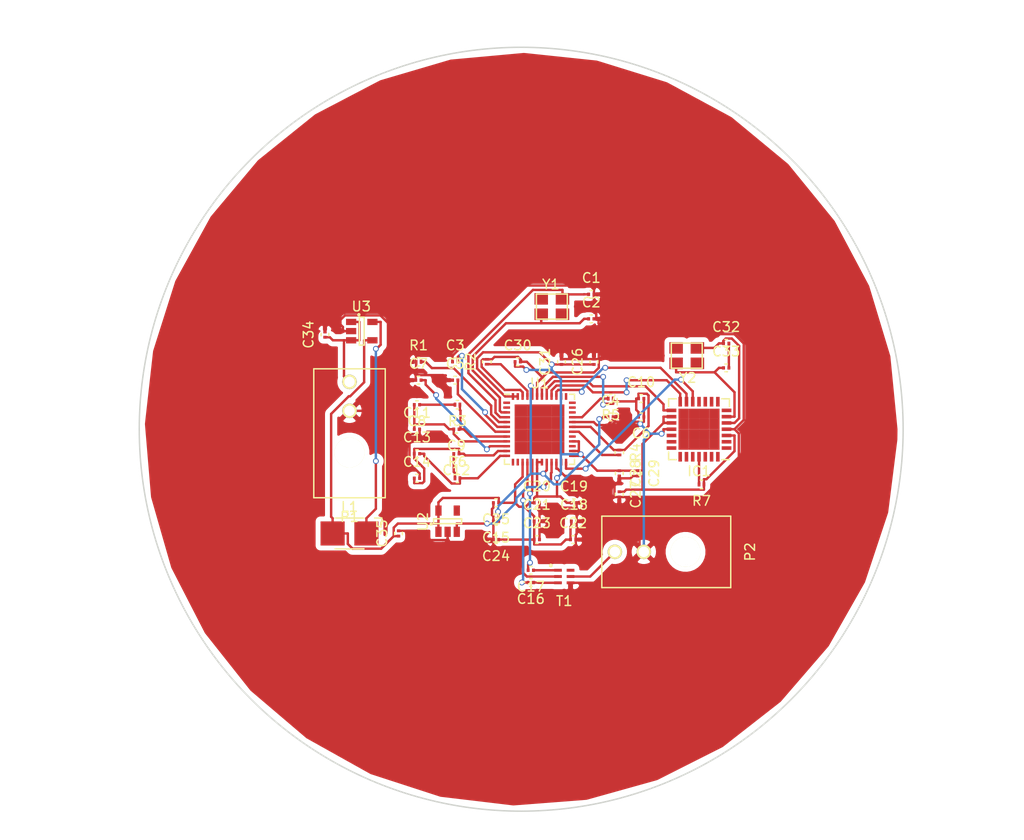
<source format=kicad_pcb>
(kicad_pcb (version 4) (host pcbnew 4.0.1-2.fc23-product)
  (layers (0 F.Cu signal) (31 B.Cu signal) (35 F.Paste user) (37 F.SilkS user) (39 F.Mask user) (44 Edge.Cuts user))
  (net 0 "")
  (net 1 VDDAON)
  (net 2 VSSIO)
  (net 3 EXTON)
  (net 4 "Net-(U2-Pad4)")
  (net 5 "Net-(C1-Pad1)")
  (net 6 "Net-(C2-Pad1)")
  (net 7 "Net-(C3-Pad2)")
  (net 8 VDDDIG)
  (net 9 "Net-(C5-Pad2)")
  (net 10 VDDIO)
  (net 11 "Net-(C7-Pad2)")
  (net 12 "Net-(C8-Pad1)")
  (net 13 VDDCLK)
  (net 14 CLKTUNE)
  (net 15 VDDVCO)
  (net 16 "Net-(C12-Pad2)")
  (net 17 VCOTUNE)
  (net 18 "Net-(C16-Pad1)")
  (net 19 RF_P)
  (net 20 "Net-(C17-Pad1)")
  (net 21 RF_N)
  (net 22 XTAL1)
  (net 23 "Net-(C32-Pad2)")
  (net 24 XTAL2)
  (net 25 "Net-(R1-Pad2)")
  (net 26 IRQ)
  (net 27 GPIO6)
  (net 28 GPIO5)
  (net 29 "Net-(IC1-Pad25)")
  (net 30 "Net-(IC1-Pad1)")
  (net 31 "Net-(IC1-Pad2)")
  (net 32 "Net-(IC1-Pad7)")
  (net 33 "Net-(IC1-Pad8)")
  (net 34 "Net-(IC1-Pad9)")
  (net 35 "Net-(IC1-Pad10)")
  (net 36 "Net-(IC1-Pad11)")
  (net 37 SPICSn)
  (net 38 SPIMOSI)
  (net 39 SPIMISO)
  (net 40 SPICLK)
  (net 41 "Net-(IC1-Pad19)")
  (net 42 "Net-(IC1-Pad20)")
  (net 43 "Net-(IC1-Pad21)")
  (net 44 "Net-(IC1-Pad22)")
  (net 45 "Net-(IC1-Pad23)")
  (net 46 "Net-(IC1-Pad24)")
  (net 47 "Net-(IC1-Pad26)")
  (net 48 "Net-(IC1-Pad27)")
  (net 49 "Net-(IC1-Pad28)")
  (net 50 "Net-(U1-Pad1)")
  (net 51 "Net-(U1-Pad2)")
  (net 52 "Net-(U1-Pad13)")
  (net 53 "Net-(U1-Pad14)")
  (net 54 WAKEUP)
  (net 55 "Net-(U1-Pad27)")
  (net 56 SYNC)
  (net 57 GPIO4)
  (net 58 GPIO3)
  (net 59 GPIO2)
  (net 60 GPIO1)
  (net 61 GPIO0)
  (net 62 "Net-(C34-Pad1)")
  (net 63 "Net-(L1-Pad1)")
  (net 64 "Net-(P2-Pad2)")
  (module Capacitors_SMD:C_0201 (layer F.Cu) (at 160.93 80.01)
    (fp_text reference C1 (at 0 -1.7) (layer F.SilkS))
    (fp_text value 10pF)
    (pad 1 smd rect (at -0.275 0) (size 0.3 0.35) (layers F.Cu F.Paste F.Mask) (net 5 "Net-(C1-Pad1)"))
    (pad 2 smd rect (at 0.275 0) (size 0.3 0.35) (layers F.Cu F.Paste F.Mask) (net 2 VSSIO))
  )
  (module Capacitors_SMD:C_0201 (layer F.Cu) (at 160.93 82.55)
    (fp_text reference C2 (at 0 -1.7) (layer F.SilkS))
    (fp_text value 10pF)
    (pad 1 smd rect (at -0.275 0) (size 0.3 0.35) (layers F.Cu F.Paste F.Mask) (net 6 "Net-(C2-Pad1)"))
    (pad 2 smd rect (at 0.275 0) (size 0.3 0.35) (layers F.Cu F.Paste F.Mask) (net 2 VSSIO))
  )
  (module Capacitors_SMD:C_0201 (layer F.Cu) (at 146.835 86.995)
    (fp_text reference C3 (at 0 -1.7) (layer F.SilkS))
    (fp_text value 0.1uF)
    (pad 1 smd rect (at -0.275 0) (size 0.3 0.35) (layers F.Cu F.Paste F.Mask) (net 2 VSSIO))
    (pad 2 smd rect (at 0.275 0) (size 0.3 0.35) (layers F.Cu F.Paste F.Mask) (net 7 "Net-(C3-Pad2)"))
  )
  (module Capacitors_SMD:C_0201 (layer F.Cu) (at 162.92 92.71)
    (fp_text reference C4 (at 0 -1.7) (layer F.SilkS))
    (fp_text value 0.1uF)
    (pad 1 smd rect (at -0.275 0) (size 0.3 0.35) (layers F.Cu F.Paste F.Mask) (net 8 VDDDIG))
    (pad 2 smd rect (at 0.275 0) (size 0.3 0.35) (layers F.Cu F.Paste F.Mask) (net 2 VSSIO))
  )
  (module Capacitors_SMD:C_0201 (layer F.Cu) (at 146.835 88.9)
    (fp_text reference C5 (at 0 -1.7) (layer F.SilkS))
    (fp_text value 0.1uF)
    (pad 1 smd rect (at -0.275 0) (size 0.3 0.35) (layers F.Cu F.Paste F.Mask) (net 2 VSSIO))
    (pad 2 smd rect (at 0.275 0) (size 0.3 0.35) (layers F.Cu F.Paste F.Mask) (net 9 "Net-(C5-Pad2)"))
  )
  (module Capacitors_SMD:C_0201 (layer F.Cu) (at 166.095 92.71 180)
    (fp_text reference C6 (at 0 -1.7 180) (layer F.SilkS))
    (fp_text value 0.1uF)
    (pad 1 smd rect (at -0.275 0 180) (size 0.3 0.35) (layers F.Cu F.Paste F.Mask) (net 2 VSSIO))
    (pad 2 smd rect (at 0.275 0 180) (size 0.3 0.35) (layers F.Cu F.Paste F.Mask) (net 10 VDDIO))
  )
  (module Capacitors_SMD:C_0201 (layer F.Cu) (at 143.025 88.9)
    (fp_text reference C7 (at 0 -1.7) (layer F.SilkS))
    (fp_text value 0.1uF)
    (pad 1 smd rect (at -0.275 0) (size 0.3 0.35) (layers F.Cu F.Paste F.Mask) (net 2 VSSIO))
    (pad 2 smd rect (at 0.275 0) (size 0.3 0.35) (layers F.Cu F.Paste F.Mask) (net 11 "Net-(C7-Pad2)"))
  )
  (module Capacitors_SMD:C_0201 (layer F.Cu) (at 142.875 91.44 180)
    (fp_text reference C8 (at 0 -1.7 180) (layer F.SilkS))
    (fp_text value 27pF)
    (pad 1 smd rect (at -0.275 0 180) (size 0.3 0.35) (layers F.Cu F.Paste F.Mask) (net 12 "Net-(C8-Pad1)"))
    (pad 2 smd rect (at 0.275 0 180) (size 0.3 0.35) (layers F.Cu F.Paste F.Mask) (net 13 VDDCLK))
  )
  (module Capacitors_SMD:C_0201 (layer F.Cu) (at 146.96 93.98 180)
    (fp_text reference C9 (at 0 -1.7 180) (layer F.SilkS))
    (fp_text value 1.2pF)
    (pad 1 smd rect (at -0.275 0 180) (size 0.3 0.35) (layers F.Cu F.Paste F.Mask) (net 14 CLKTUNE))
    (pad 2 smd rect (at 0.275 0 180) (size 0.3 0.35) (layers F.Cu F.Paste F.Mask) (net 13 VDDCLK))
  )
  (module Capacitors_SMD:C_0201 (layer F.Cu) (at 166.095 90.805)
    (fp_text reference C10 (at 0 -1.7) (layer F.SilkS))
    (fp_text value 0.1uF)
    (pad 1 smd rect (at -0.275 0) (size 0.3 0.35) (layers F.Cu F.Paste F.Mask) (net 10 VDDIO))
    (pad 2 smd rect (at 0.275 0) (size 0.3 0.35) (layers F.Cu F.Paste F.Mask) (net 2 VSSIO))
  )
  (module Capacitors_SMD:C_0201 (layer F.Cu) (at 142.875 93.98)
    (fp_text reference C11 (at 0 -1.7) (layer F.SilkS))
    (fp_text value 0.1uF)
    (pad 1 smd rect (at -0.275 0) (size 0.3 0.35) (layers F.Cu F.Paste F.Mask) (net 13 VDDCLK))
    (pad 2 smd rect (at 0.275 0) (size 0.3 0.35) (layers F.Cu F.Paste F.Mask) (net 2 VSSIO))
  )
  (module Capacitors_SMD:C_0201 (layer F.Cu) (at 146.96 96.52 180)
    (fp_text reference C12 (at 0 -1.7 180) (layer F.SilkS))
    (fp_text value 820pF)
    (pad 1 smd rect (at -0.275 0 180) (size 0.3 0.35) (layers F.Cu F.Paste F.Mask) (net 15 VDDVCO))
    (pad 2 smd rect (at 0.275 0 180) (size 0.3 0.35) (layers F.Cu F.Paste F.Mask) (net 16 "Net-(C12-Pad2)"))
  )
  (module Capacitors_SMD:C_0201 (layer F.Cu) (at 142.875 96.52)
    (fp_text reference C13 (at 0 -1.7) (layer F.SilkS))
    (fp_text value 18pF)
    (pad 1 smd rect (at -0.275 0) (size 0.3 0.35) (layers F.Cu F.Paste F.Mask) (net 15 VDDVCO))
    (pad 2 smd rect (at 0.275 0) (size 0.3 0.35) (layers F.Cu F.Paste F.Mask) (net 17 VCOTUNE))
  )
  (module Capacitors_SMD:C_0201 (layer F.Cu) (at 142.875 99.06)
    (fp_text reference C14 (at 0 -1.7) (layer F.SilkS))
    (fp_text value 0.1uF)
    (pad 1 smd rect (at -0.275 0) (size 0.3 0.35) (layers F.Cu F.Paste F.Mask) (net 15 VDDVCO))
    (pad 2 smd rect (at 0.275 0) (size 0.3 0.35) (layers F.Cu F.Paste F.Mask) (net 2 VSSIO))
  )
  (module Capacitors_SMD:C_0201 (layer F.Cu) (at 151.065 103.505 180)
    (fp_text reference C15 (at 0 -1.7 180) (layer F.SilkS))
    (fp_text value 0.1uF)
    (pad 1 smd rect (at -0.275 0 180) (size 0.3 0.35) (layers F.Cu F.Paste F.Mask) (net 8 VDDDIG))
    (pad 2 smd rect (at 0.275 0 180) (size 0.3 0.35) (layers F.Cu F.Paste F.Mask) (net 2 VSSIO))
  )
  (module Capacitors_SMD:C_0201 (layer F.Cu) (at 154.665 109.855 180)
    (fp_text reference C16 (at 0 -1.7 180) (layer F.SilkS))
    (fp_text value 0.1uF)
    (pad 1 smd rect (at -0.275 0 180) (size 0.3 0.35) (layers F.Cu F.Paste F.Mask) (net 18 "Net-(C16-Pad1)"))
    (pad 2 smd rect (at 0.275 0 180) (size 0.3 0.35) (layers F.Cu F.Paste F.Mask) (net 19 RF_P))
  )
  (module Capacitors_SMD:C_0201 (layer F.Cu) (at 154.665 108.585 180)
    (fp_text reference C17 (at 0 -1.7 180) (layer F.SilkS))
    (fp_text value 0.1uF)
    (pad 1 smd rect (at -0.275 0 180) (size 0.3 0.35) (layers F.Cu F.Paste F.Mask) (net 20 "Net-(C17-Pad1)"))
    (pad 2 smd rect (at 0.275 0 180) (size 0.3 0.35) (layers F.Cu F.Paste F.Mask) (net 21 RF_N))
  )
  (module Capacitors_SMD:C_0201 (layer F.Cu) (at 159.135 103.505)
    (fp_text reference C18 (at 0 -1.7) (layer F.SilkS))
    (fp_text value 47uF)
    (pad 1 smd rect (at -0.275 0) (size 0.3 0.35) (layers F.Cu F.Paste F.Mask) (net 1 VDDAON))
    (pad 2 smd rect (at 0.275 0) (size 0.3 0.35) (layers F.Cu F.Paste F.Mask) (net 2 VSSIO))
  )
  (module Capacitors_SMD:C_0201 (layer F.Cu) (at 159.135 101.6)
    (fp_text reference C19 (at 0 -1.7) (layer F.SilkS))
    (fp_text value 0.1uF)
    (pad 1 smd rect (at -0.275 0) (size 0.3 0.35) (layers F.Cu F.Paste F.Mask) (net 1 VDDAON))
    (pad 2 smd rect (at 0.275 0) (size 0.3 0.35) (layers F.Cu F.Paste F.Mask) (net 2 VSSIO))
  )
  (module Capacitors_SMD:C_0201 (layer F.Cu) (at 155.29 101.6)
    (fp_text reference C20 (at 0 -1.7) (layer F.SilkS))
    (fp_text value 10pF)
    (pad 1 smd rect (at -0.275 0) (size 0.3 0.35) (layers F.Cu F.Paste F.Mask) (net 1 VDDAON))
    (pad 2 smd rect (at 0.275 0) (size 0.3 0.35) (layers F.Cu F.Paste F.Mask) (net 2 VSSIO))
  )
  (module Capacitors_SMD:C_0201 (layer F.Cu) (at 155.29 103.505)
    (fp_text reference C21 (at 0 -1.7) (layer F.SilkS))
    (fp_text value 330pF)
    (pad 1 smd rect (at -0.275 0) (size 0.3 0.35) (layers F.Cu F.Paste F.Mask) (net 1 VDDAON))
    (pad 2 smd rect (at 0.275 0) (size 0.3 0.35) (layers F.Cu F.Paste F.Mask) (net 2 VSSIO))
  )
  (module Capacitors_SMD:C_0201 (layer F.Cu) (at 159.05 105.41)
    (fp_text reference C22 (at 0 -1.7) (layer F.SilkS))
    (fp_text value 0.1uF)
    (pad 1 smd rect (at -0.275 0) (size 0.3 0.35) (layers F.Cu F.Paste F.Mask) (net 1 VDDAON))
    (pad 2 smd rect (at 0.275 0) (size 0.3 0.35) (layers F.Cu F.Paste F.Mask) (net 2 VSSIO))
  )
  (module Capacitors_SMD:C_0201 (layer F.Cu) (at 155.29 105.41)
    (fp_text reference C23 (at 0 -1.7) (layer F.SilkS))
    (fp_text value 10pF)
    (pad 1 smd rect (at -0.275 0) (size 0.3 0.35) (layers F.Cu F.Paste F.Mask) (net 1 VDDAON))
    (pad 2 smd rect (at 0.275 0) (size 0.3 0.35) (layers F.Cu F.Paste F.Mask) (net 2 VSSIO))
  )
  (module Capacitors_SMD:C_0201 (layer F.Cu) (at 151.065 105.41 180)
    (fp_text reference C24 (at 0 -1.7 180) (layer F.SilkS))
    (fp_text value 330pF)
    (pad 1 smd rect (at -0.275 0 180) (size 0.3 0.35) (layers F.Cu F.Paste F.Mask) (net 1 VDDAON))
    (pad 2 smd rect (at 0.275 0 180) (size 0.3 0.35) (layers F.Cu F.Paste F.Mask) (net 2 VSSIO))
  )
  (module Capacitors_SMD:C_0201 (layer F.Cu) (at 151.065 101.6 180)
    (fp_text reference C25 (at 0 -1.7 180) (layer F.SilkS))
    (fp_text value 1000pF)
    (pad 1 smd rect (at -0.275 0 180) (size 0.3 0.35) (layers F.Cu F.Paste F.Mask) (net 1 VDDAON))
    (pad 2 smd rect (at 0.275 0 180) (size 0.3 0.35) (layers F.Cu F.Paste F.Mask) (net 2 VSSIO))
  )
  (module Capacitors_SMD:C_0201 (layer F.Cu) (at 161.205 86.995 90)
    (fp_text reference C26 (at 0 -1.7 90) (layer F.SilkS))
    (fp_text value 0.1uF)
    (pad 1 smd rect (at -0.275 0 90) (size 0.3 0.35) (layers F.Cu F.Paste F.Mask) (net 1 VDDAON))
    (pad 2 smd rect (at 0.275 0 90) (size 0.3 0.35) (layers F.Cu F.Paste F.Mask) (net 2 VSSIO))
  )
  (module Capacitors_SMD:C_0201 (layer F.Cu) (at 163.83 100.73 270)
    (fp_text reference C27 (at 0 -1.7 270) (layer F.SilkS))
    (fp_text value 0.1uF)
    (pad 1 smd rect (at -0.275 0 270) (size 0.3 0.35) (layers F.Cu F.Paste F.Mask) (net 1 VDDAON))
    (pad 2 smd rect (at 0.275 0 270) (size 0.3 0.35) (layers F.Cu F.Paste F.Mask) (net 2 VSSIO))
  )
  (module Capacitors_SMD:C_0201 (layer F.Cu) (at 163.83 98.55 270)
    (fp_text reference C28 (at 0 -1.7 270) (layer F.SilkS))
    (fp_text value 0.1uF)
    (pad 1 smd rect (at -0.275 0 270) (size 0.3 0.35) (layers F.Cu F.Paste F.Mask) (net 1 VDDAON))
    (pad 2 smd rect (at 0.275 0 270) (size 0.3 0.35) (layers F.Cu F.Paste F.Mask) (net 2 VSSIO))
  )
  (module Capacitors_SMD:C_0201 (layer F.Cu) (at 165.735 98.55 270)
    (fp_text reference C29 (at 0 -1.7 270) (layer F.SilkS))
    (fp_text value 0.1uF)
    (pad 1 smd rect (at -0.275 0 270) (size 0.3 0.35) (layers F.Cu F.Paste F.Mask) (net 1 VDDAON))
    (pad 2 smd rect (at 0.275 0 270) (size 0.3 0.35) (layers F.Cu F.Paste F.Mask) (net 2 VSSIO))
  )
  (module Capacitors_SMD:C_0201 (layer F.Cu) (at 153.31 86.995)
    (fp_text reference C30 (at 0 -1.7) (layer F.SilkS))
    (fp_text value 4.7uF)
    (pad 1 smd rect (at -0.275 0) (size 0.3 0.35) (layers F.Cu F.Paste F.Mask) (net 1 VDDAON))
    (pad 2 smd rect (at 0.275 0) (size 0.3 0.35) (layers F.Cu F.Paste F.Mask) (net 2 VSSIO))
  )
  (module Capacitors_SMD:C_0201 (layer F.Cu) (at 157.84 86.995 90)
    (fp_text reference C31 (at 0 -1.7 90) (layer F.SilkS))
    (fp_text value 0.1uF)
    (pad 1 smd rect (at -0.275 0 90) (size 0.3 0.35) (layers F.Cu F.Paste F.Mask) (net 1 VDDAON))
    (pad 2 smd rect (at 0.275 0 90) (size 0.3 0.35) (layers F.Cu F.Paste F.Mask) (net 2 VSSIO))
  )
  (module Capacitors_SMD:C_0201 (layer F.Cu) (at 174.9 85.09)
    (fp_text reference C32 (at 0 -1.7) (layer F.SilkS))
    (fp_text value 22pF)
    (pad 1 smd rect (at -0.275 0) (size 0.3 0.35) (layers F.Cu F.Paste F.Mask) (net 22 XTAL1))
    (pad 2 smd rect (at 0.275 0) (size 0.3 0.35) (layers F.Cu F.Paste F.Mask) (net 23 "Net-(C32-Pad2)"))
  )
  (module Capacitors_SMD:C_0201 (layer F.Cu) (at 174.9 87.63)
    (fp_text reference C33 (at 0 -1.7) (layer F.SilkS))
    (fp_text value 22pF)
    (pad 1 smd rect (at -0.275 0) (size 0.3 0.35) (layers F.Cu F.Paste F.Mask) (net 24 XTAL2))
    (pad 2 smd rect (at 0.275 0) (size 0.3 0.35) (layers F.Cu F.Paste F.Mask) (net 23 "Net-(C32-Pad2)"))
  )
  (module Housings_DFN_QFN:QFN-28-1EP_6x6mm_Pitch0.65mm (layer F.Cu) (at 172.085 93.98 180)
    (fp_text reference IC1 (at 0 -4.35 180) (layer F.SilkS))
    (fp_text value ATMEGA328P-MM)
    (pad 1 smd rect (at -2.85 -1.95 180) (size 1 0.37) (layers F.Cu F.Paste F.Mask) (net 30 "Net-(IC1-Pad1)"))
    (pad 2 smd rect (at -2.85 -1.3 180) (size 1 0.37) (layers F.Cu F.Paste F.Mask) (net 31 "Net-(IC1-Pad2)"))
    (pad 3 smd rect (at -2.85 -0.65 180) (size 1 0.37) (layers F.Cu F.Paste F.Mask) (net 1 VDDAON))
    (pad 4 smd rect (at -2.85 0 180) (size 1 0.37) (layers F.Cu F.Paste F.Mask) (net 2 VSSIO))
    (pad 5 smd rect (at -2.85 0.65 180) (size 1 0.37) (layers F.Cu F.Paste F.Mask) (net 22 XTAL1))
    (pad 6 smd rect (at -2.85 1.3 180) (size 1 0.37) (layers F.Cu F.Paste F.Mask) (net 24 XTAL2))
    (pad 7 smd rect (at -2.85 1.95 180) (size 1 0.37) (layers F.Cu F.Paste F.Mask) (net 32 "Net-(IC1-Pad7)"))
    (pad 8 smd rect (at -1.95 2.85 270) (size 1 0.37) (layers F.Cu F.Paste F.Mask) (net 33 "Net-(IC1-Pad8)"))
    (pad 9 smd rect (at -1.3 2.85 270) (size 1 0.37) (layers F.Cu F.Paste F.Mask) (net 34 "Net-(IC1-Pad9)"))
    (pad 10 smd rect (at -0.65 2.85 270) (size 1 0.37) (layers F.Cu F.Paste F.Mask) (net 35 "Net-(IC1-Pad10)"))
    (pad 11 smd rect (at 0 2.85 270) (size 1 0.37) (layers F.Cu F.Paste F.Mask) (net 36 "Net-(IC1-Pad11)"))
    (pad 12 smd rect (at 0.65 2.85 270) (size 1 0.37) (layers F.Cu F.Paste F.Mask) (net 37 SPICSn))
    (pad 13 smd rect (at 1.3 2.85 270) (size 1 0.37) (layers F.Cu F.Paste F.Mask) (net 38 SPIMOSI))
    (pad 14 smd rect (at 1.95 2.85 270) (size 1 0.37) (layers F.Cu F.Paste F.Mask) (net 39 SPIMISO))
    (pad 15 smd rect (at 2.85 1.95 180) (size 1 0.37) (layers F.Cu F.Paste F.Mask) (net 40 SPICLK))
    (pad 16 smd rect (at 2.85 1.3 180) (size 1 0.37) (layers F.Cu F.Paste F.Mask) (net 1 VDDAON))
    (pad 17 smd rect (at 2.85 0.65 180) (size 1 0.37) (layers F.Cu F.Paste F.Mask) (net 1 VDDAON))
    (pad 18 smd rect (at 2.85 0 180) (size 1 0.37) (layers F.Cu F.Paste F.Mask) (net 2 VSSIO))
    (pad 19 smd rect (at 2.85 -0.65 180) (size 1 0.37) (layers F.Cu F.Paste F.Mask) (net 41 "Net-(IC1-Pad19)"))
    (pad 20 smd rect (at 2.85 -1.3 180) (size 1 0.37) (layers F.Cu F.Paste F.Mask) (net 42 "Net-(IC1-Pad20)"))
    (pad 21 smd rect (at 2.85 -1.95 180) (size 1 0.37) (layers F.Cu F.Paste F.Mask) (net 43 "Net-(IC1-Pad21)"))
    (pad 22 smd rect (at 1.95 -2.85 270) (size 1 0.37) (layers F.Cu F.Paste F.Mask) (net 44 "Net-(IC1-Pad22)"))
    (pad 23 smd rect (at 1.3 -2.85 270) (size 1 0.37) (layers F.Cu F.Paste F.Mask) (net 45 "Net-(IC1-Pad23)"))
    (pad 24 smd rect (at 0.65 -2.85 270) (size 1 0.37) (layers F.Cu F.Paste F.Mask) (net 46 "Net-(IC1-Pad24)"))
    (pad 25 smd rect (at 0 -2.85 270) (size 1 0.37) (layers F.Cu F.Paste F.Mask) (net 29 "Net-(IC1-Pad25)"))
    (pad 26 smd rect (at -0.65 -2.85 270) (size 1 0.37) (layers F.Cu F.Paste F.Mask) (net 47 "Net-(IC1-Pad26)"))
    (pad 27 smd rect (at -1.3 -2.85 270) (size 1 0.37) (layers F.Cu F.Paste F.Mask) (net 48 "Net-(IC1-Pad27)"))
    (pad 28 smd rect (at -1.95 -2.85 270) (size 1 0.37) (layers F.Cu F.Paste F.Mask) (net 49 "Net-(IC1-Pad28)"))
    (pad 29 smd rect (at 1.59375 1.59375 180) (size 1.0625 1.0625) (layers F.Cu F.Paste F.Mask))
    (pad 29 smd rect (at 1.59375 0.53125 180) (size 1.0625 1.0625) (layers F.Cu F.Paste F.Mask))
    (pad 29 smd rect (at 1.59375 -0.53125 180) (size 1.0625 1.0625) (layers F.Cu F.Paste F.Mask))
    (pad 29 smd rect (at 1.59375 -1.59375 180) (size 1.0625 1.0625) (layers F.Cu F.Paste F.Mask))
    (pad 29 smd rect (at 0.53125 1.59375 180) (size 1.0625 1.0625) (layers F.Cu F.Paste F.Mask))
    (pad 29 smd rect (at 0.53125 0.53125 180) (size 1.0625 1.0625) (layers F.Cu F.Paste F.Mask))
    (pad 29 smd rect (at 0.53125 -0.53125 180) (size 1.0625 1.0625) (layers F.Cu F.Paste F.Mask))
    (pad 29 smd rect (at 0.53125 -1.59375 180) (size 1.0625 1.0625) (layers F.Cu F.Paste F.Mask))
    (pad 29 smd rect (at -0.53125 1.59375 180) (size 1.0625 1.0625) (layers F.Cu F.Paste F.Mask))
    (pad 29 smd rect (at -0.53125 0.53125 180) (size 1.0625 1.0625) (layers F.Cu F.Paste F.Mask))
    (pad 29 smd rect (at -0.53125 -0.53125 180) (size 1.0625 1.0625) (layers F.Cu F.Paste F.Mask))
    (pad 29 smd rect (at -0.53125 -1.59375 180) (size 1.0625 1.0625) (layers F.Cu F.Paste F.Mask))
    (pad 29 smd rect (at -1.59375 1.59375 180) (size 1.0625 1.0625) (layers F.Cu F.Paste F.Mask))
    (pad 29 smd rect (at -1.59375 0.53125 180) (size 1.0625 1.0625) (layers F.Cu F.Paste F.Mask))
    (pad 29 smd rect (at -1.59375 -0.53125 180) (size 1.0625 1.0625) (layers F.Cu F.Paste F.Mask))
    (pad 29 smd rect (at -1.59375 -1.59375 180) (size 1.0625 1.0625) (layers F.Cu F.Paste F.Mask))
  )
  (module Resistors_SMD:R_0201 (layer F.Cu) (at 143.045 86.995)
    (fp_text reference R1 (at 0 -1.7) (layer F.SilkS))
    (fp_text value "11k 1%")
    (pad 1 smd rect (at -0.255 0) (size 0.28 0.43) (layers F.Cu F.Paste F.Mask) (net 2 VSSIO))
    (pad 2 smd rect (at 0.255 0) (size 0.28 0.43) (layers F.Cu F.Paste F.Mask) (net 25 "Net-(R1-Pad2)"))
  )
  (module Resistors_SMD:R_0201 (layer F.Cu) (at 150.115 86.995 90)
    (fp_text reference R2 (at 0 -1.7 90) (layer F.SilkS))
    (fp_text value 100K)
    (pad 1 smd rect (at -0.255 0 90) (size 0.28 0.43) (layers F.Cu F.Paste F.Mask) (net 26 IRQ))
    (pad 2 smd rect (at 0.255 0 90) (size 0.28 0.43) (layers F.Cu F.Paste F.Mask) (net 2 VSSIO))
  )
  (module Resistors_SMD:R_0201 (layer F.Cu) (at 147.065 91.44 180)
    (fp_text reference R3 (at 0 -1.7 180) (layer F.SilkS))
    (fp_text value 16k)
    (pad 1 smd rect (at -0.255 0 180) (size 0.28 0.43) (layers F.Cu F.Paste F.Mask) (net 14 CLKTUNE))
    (pad 2 smd rect (at 0.255 0 180) (size 0.28 0.43) (layers F.Cu F.Paste F.Mask) (net 12 "Net-(C8-Pad1)"))
  )
  (module Resistors_SMD:R_0201 (layer F.Cu) (at 163.83 96.39 270)
    (fp_text reference R4 (at 0 -1.7 270) (layer F.SilkS))
    (fp_text value 10k)
    (pad 1 smd rect (at -0.255 0 270) (size 0.28 0.43) (layers F.Cu F.Paste F.Mask) (net 10 VDDIO))
    (pad 2 smd rect (at 0.255 0 270) (size 0.28 0.43) (layers F.Cu F.Paste F.Mask) (net 27 GPIO6))
  )
  (module Resistors_SMD:R_0201 (layer F.Cu) (at 162.94 90.805 180)
    (fp_text reference R5 (at 0 -1.7 180) (layer F.SilkS))
    (fp_text value 10k)
    (pad 1 smd rect (at -0.255 0 180) (size 0.28 0.43) (layers F.Cu F.Paste F.Mask) (net 10 VDDIO))
    (pad 2 smd rect (at 0.255 0 180) (size 0.28 0.43) (layers F.Cu F.Paste F.Mask) (net 28 GPIO5))
  )
  (module Resistors_SMD:R_0201 (layer F.Cu) (at 147.065 99.06)
    (fp_text reference R6 (at 0 -1.7) (layer F.SilkS))
    (fp_text value 270)
    (pad 1 smd rect (at -0.255 0) (size 0.28 0.43) (layers F.Cu F.Paste F.Mask) (net 16 "Net-(C12-Pad2)"))
    (pad 2 smd rect (at 0.255 0) (size 0.28 0.43) (layers F.Cu F.Paste F.Mask) (net 17 VCOTUNE))
  )
  (module Resistors_SMD:R_0201 (layer F.Cu) (at 172.34 99.695 180)
    (fp_text reference R7 (at 0 -1.7 180) (layer F.SilkS))
    (fp_text value 10k)
    (pad 1 smd rect (at -0.255 0 180) (size 0.28 0.43) (layers F.Cu F.Paste F.Mask) (net 1 VDDAON))
    (pad 2 smd rect (at 0.255 0 180) (size 0.28 0.43) (layers F.Cu F.Paste F.Mask) (net 29 "Net-(IC1-Pad25)"))
  )
  (module footprints:HHM1595A1 (layer F.Cu) (at 158.13 109.235)
    (fp_text reference T1 (at 0 2.54) (layer F.SilkS))
    (fp_text value TRANSFO4)
    (pad 4 smd rect (at 0.65 0.65) (size 0.8 0.3) (layers F.Cu F.Paste F.Mask) (net 2 VSSIO))
    (pad 1 smd rect (at -0.65 -0.65) (size 0.8 0.3) (layers F.Cu F.Paste F.Mask) (net 20 "Net-(C17-Pad1)"))
    (pad 2 smd rect (at -0.65 0) (size 0.8 0.3) (layers F.Cu F.Paste F.Mask) (net 2 VSSIO))
    (pad 3 smd rect (at -0.65 0.65) (size 0.8 0.3) (layers F.Cu F.Paste F.Mask) (net 18 "Net-(C16-Pad1)"))
    (pad 5 smd rect (at 0.65 0) (size 0.8 0.3) (layers F.Cu F.Paste F.Mask) (net 64 "Net-(P2-Pad2)"))
    (pad 6 smd rect (at 0.65 -0.65) (size 0.8 0.3) (layers F.Cu F.Paste F.Mask))
  )
  (module Housings_DFN_QFN:QFN-48-1EP_7x7mm_Pitch0.5mm (layer F.Cu) (at 155.566 93.9888)
    (fp_text reference U1 (at 0 -4.75) (layer F.SilkS))
    (fp_text value DW1000)
    (pad 1 smd rect (at -3.4 -2.75) (size 0.7 0.25) (layers F.Cu F.Paste F.Mask) (net 50 "Net-(U1-Pad1)"))
    (pad 2 smd rect (at -3.4 -2.25) (size 0.7 0.25) (layers F.Cu F.Paste F.Mask) (net 51 "Net-(U1-Pad2)"))
    (pad 3 smd rect (at -3.4 -1.75) (size 0.7 0.25) (layers F.Cu F.Paste F.Mask) (net 6 "Net-(C2-Pad1)"))
    (pad 4 smd rect (at -3.4 -1.25) (size 0.7 0.25) (layers F.Cu F.Paste F.Mask) (net 5 "Net-(C1-Pad1)"))
    (pad 5 smd rect (at -3.4 -0.75) (size 0.7 0.25) (layers F.Cu F.Paste F.Mask) (net 25 "Net-(R1-Pad2)"))
    (pad 6 smd rect (at -3.4 -0.25) (size 0.7 0.25) (layers F.Cu F.Paste F.Mask) (net 7 "Net-(C3-Pad2)"))
    (pad 7 smd rect (at -3.4 0.25) (size 0.7 0.25) (layers F.Cu F.Paste F.Mask) (net 9 "Net-(C5-Pad2)"))
    (pad 8 smd rect (at -3.4 0.75) (size 0.7 0.25) (layers F.Cu F.Paste F.Mask) (net 14 CLKTUNE))
    (pad 9 smd rect (at -3.4 1.25) (size 0.7 0.25) (layers F.Cu F.Paste F.Mask) (net 13 VDDCLK))
    (pad 10 smd rect (at -3.4 1.75) (size 0.7 0.25) (layers F.Cu F.Paste F.Mask) (net 11 "Net-(C7-Pad2)"))
    (pad 11 smd rect (at -3.4 2.25) (size 0.7 0.25) (layers F.Cu F.Paste F.Mask) (net 15 VDDVCO))
    (pad 12 smd rect (at -3.4 2.75) (size 0.7 0.25) (layers F.Cu F.Paste F.Mask) (net 17 VCOTUNE))
    (pad 13 smd rect (at -2.75 3.4 90) (size 0.7 0.25) (layers F.Cu F.Paste F.Mask) (net 52 "Net-(U1-Pad13)"))
    (pad 14 smd rect (at -2.25 3.4 90) (size 0.7 0.25) (layers F.Cu F.Paste F.Mask) (net 53 "Net-(U1-Pad14)"))
    (pad 15 smd rect (at -1.75 3.4 90) (size 0.7 0.25) (layers F.Cu F.Paste F.Mask) (net 1 VDDAON))
    (pad 16 smd rect (at -1.25 3.4 90) (size 0.7 0.25) (layers F.Cu F.Paste F.Mask) (net 19 RF_P))
    (pad 17 smd rect (at -0.75 3.4 90) (size 0.7 0.25) (layers F.Cu F.Paste F.Mask) (net 21 RF_N))
    (pad 18 smd rect (at -0.25 3.4 90) (size 0.7 0.25) (layers F.Cu F.Paste F.Mask) (net 1 VDDAON))
    (pad 19 smd rect (at 0.25 3.4 90) (size 0.7 0.25) (layers F.Cu F.Paste F.Mask) (net 1 VDDAON))
    (pad 20 smd rect (at 0.75 3.4 90) (size 0.7 0.25) (layers F.Cu F.Paste F.Mask) (net 8 VDDDIG))
    (pad 21 smd rect (at 1.25 3.4 90) (size 0.7 0.25) (layers F.Cu F.Paste F.Mask) (net 3 EXTON))
    (pad 22 smd rect (at 1.75 3.4 90) (size 0.7 0.25) (layers F.Cu F.Paste F.Mask) (net 2 VSSIO))
    (pad 23 smd rect (at 2.25 3.4 90) (size 0.7 0.25) (layers F.Cu F.Paste F.Mask) (net 54 WAKEUP))
    (pad 24 smd rect (at 2.75 3.4 90) (size 0.7 0.25) (layers F.Cu F.Paste F.Mask) (net 37 SPICSn))
    (pad 25 smd rect (at 3.4 2.75) (size 0.7 0.25) (layers F.Cu F.Paste F.Mask) (net 1 VDDAON))
    (pad 26 smd rect (at 3.4 2.25) (size 0.7 0.25) (layers F.Cu F.Paste F.Mask) (net 1 VDDAON))
    (pad 27 smd rect (at 3.4 1.75) (size 0.7 0.25) (layers F.Cu F.Paste F.Mask) (net 55 "Net-(U1-Pad27)"))
    (pad 28 smd rect (at 3.4 1.25) (size 0.7 0.25) (layers F.Cu F.Paste F.Mask) (net 1 VDDAON))
    (pad 29 smd rect (at 3.4 0.75) (size 0.7 0.25) (layers F.Cu F.Paste F.Mask) (net 56 SYNC))
    (pad 30 smd rect (at 3.4 0.25) (size 0.7 0.25) (layers F.Cu F.Paste F.Mask) (net 27 GPIO6))
    (pad 31 smd rect (at 3.4 -0.25) (size 0.7 0.25) (layers F.Cu F.Paste F.Mask) (net 10 VDDIO))
    (pad 32 smd rect (at 3.4 -0.75) (size 0.7 0.25) (layers F.Cu F.Paste F.Mask) (net 2 VSSIO))
    (pad 33 smd rect (at 3.4 -1.25) (size 0.7 0.25) (layers F.Cu F.Paste F.Mask) (net 28 GPIO5))
    (pad 34 smd rect (at 3.4 -1.75) (size 0.7 0.25) (layers F.Cu F.Paste F.Mask) (net 57 GPIO4))
    (pad 35 smd rect (at 3.4 -2.25) (size 0.7 0.25) (layers F.Cu F.Paste F.Mask) (net 58 GPIO3))
    (pad 36 smd rect (at 3.4 -2.75) (size 0.7 0.25) (layers F.Cu F.Paste F.Mask) (net 59 GPIO2))
    (pad 37 smd rect (at 2.75 -3.4 90) (size 0.7 0.25) (layers F.Cu F.Paste F.Mask) (net 60 GPIO1))
    (pad 38 smd rect (at 2.25 -3.4 90) (size 0.7 0.25) (layers F.Cu F.Paste F.Mask) (net 61 GPIO0))
    (pad 39 smd rect (at 1.75 -3.4 90) (size 0.7 0.25) (layers F.Cu F.Paste F.Mask) (net 38 SPIMOSI))
    (pad 40 smd rect (at 1.25 -3.4 90) (size 0.7 0.25) (layers F.Cu F.Paste F.Mask) (net 39 SPIMISO))
    (pad 41 smd rect (at 0.75 -3.4 90) (size 0.7 0.25) (layers F.Cu F.Paste F.Mask) (net 40 SPICLK))
    (pad 42 smd rect (at 0.25 -3.4 90) (size 0.7 0.25) (layers F.Cu F.Paste F.Mask) (net 10 VDDIO))
    (pad 43 smd rect (at -0.25 -3.4 90) (size 0.7 0.25) (layers F.Cu F.Paste F.Mask) (net 2 VSSIO))
    (pad 44 smd rect (at -0.75 -3.4 90) (size 0.7 0.25) (layers F.Cu F.Paste F.Mask) (net 8 VDDDIG))
    (pad 45 smd rect (at -1.25 -3.4 90) (size 0.7 0.25) (layers F.Cu F.Paste F.Mask) (net 26 IRQ))
    (pad 46 smd rect (at -1.75 -3.4 90) (size 0.7 0.25) (layers F.Cu F.Paste F.Mask) (net 2 VSSIO))
    (pad 47 smd rect (at -2.25 -3.4 90) (size 0.7 0.25) (layers F.Cu F.Paste F.Mask) (net 1 VDDAON))
    (pad 48 smd rect (at -2.75 -3.4 90) (size 0.7 0.25) (layers F.Cu F.Paste F.Mask) (net 1 VDDAON))
    (pad 49 smd rect (at 1.93125 1.93125) (size 1.2875 1.2875) (layers F.Cu F.Paste F.Mask))
    (pad 49 smd rect (at 1.93125 0.64375) (size 1.2875 1.2875) (layers F.Cu F.Paste F.Mask))
    (pad 49 smd rect (at 1.93125 -0.64375) (size 1.2875 1.2875) (layers F.Cu F.Paste F.Mask))
    (pad 49 smd rect (at 1.93125 -1.93125) (size 1.2875 1.2875) (layers F.Cu F.Paste F.Mask))
    (pad 49 smd rect (at 0.64375 1.93125) (size 1.2875 1.2875) (layers F.Cu F.Paste F.Mask))
    (pad 49 smd rect (at 0.64375 0.64375) (size 1.2875 1.2875) (layers F.Cu F.Paste F.Mask))
    (pad 49 smd rect (at 0.64375 -0.64375) (size 1.2875 1.2875) (layers F.Cu F.Paste F.Mask))
    (pad 49 smd rect (at 0.64375 -1.93125) (size 1.2875 1.2875) (layers F.Cu F.Paste F.Mask))
    (pad 49 smd rect (at -0.64375 1.93125) (size 1.2875 1.2875) (layers F.Cu F.Paste F.Mask))
    (pad 49 smd rect (at -0.64375 0.64375) (size 1.2875 1.2875) (layers F.Cu F.Paste F.Mask))
    (pad 49 smd rect (at -0.64375 -0.64375) (size 1.2875 1.2875) (layers F.Cu F.Paste F.Mask))
    (pad 49 smd rect (at -0.64375 -1.93125) (size 1.2875 1.2875) (layers F.Cu F.Paste F.Mask))
    (pad 49 smd rect (at -1.93125 1.93125) (size 1.2875 1.2875) (layers F.Cu F.Paste F.Mask))
    (pad 49 smd rect (at -1.93125 0.64375) (size 1.2875 1.2875) (layers F.Cu F.Paste F.Mask))
    (pad 49 smd rect (at -1.93125 -0.64375) (size 1.2875 1.2875) (layers F.Cu F.Paste F.Mask))
    (pad 49 smd rect (at -1.93125 -1.93125) (size 1.2875 1.2875) (layers F.Cu F.Paste F.Mask))
  )
  (module TO_SOT_Packages_SMD:SOT-23-5 (layer F.Cu) (at 146.05 103.505 90)
    (fp_text reference U2 (at -0.05 -2.55 90) (layer F.SilkS))
    (fp_text value TPS62203DBV)
    (pad 1 smd rect (at -1.1 -0.95 90) (size 1.06 0.65) (layers F.Cu F.Paste F.Mask) (net 1 VDDAON))
    (pad 2 smd rect (at -1.1 0 90) (size 1.06 0.65) (layers F.Cu F.Paste F.Mask) (net 2 VSSIO))
    (pad 3 smd rect (at -1.1 0.95 90) (size 1.06 0.65) (layers F.Cu F.Paste F.Mask) (net 3 EXTON))
    (pad 4 smd rect (at 1.1 0.95 90) (size 1.06 0.65) (layers F.Cu F.Paste F.Mask) (net 4 "Net-(U2-Pad4)"))
    (pad 5 smd rect (at 1.1 -0.95 90) (size 1.06 0.65) (layers F.Cu F.Paste F.Mask) (net 1 VDDAON))
  )
  (module Crystals:crystal_FA238-TSX3225 (layer F.Cu) (at 156.845 81.28)
    (fp_text reference Y1 (at -0.1 -2.3) (layer F.SilkS))
    (fp_text value 38.4MHz)
    (pad 1 smd rect (at -1.1 0.8) (size 1.4 1.2) (layers F.Cu F.Paste F.Mask) (net 6 "Net-(C2-Pad1)"))
    (pad 3 smd rect (at 1.1 0.8) (size 1.4 1.2) (layers F.Cu F.Paste F.Mask))
    (pad 3 smd rect (at -1.1 -0.8) (size 1.4 1.2) (layers F.Cu F.Paste F.Mask))
    (pad 2 smd rect (at 1.1 -0.8) (size 1.4 1.2) (layers F.Cu F.Paste F.Mask) (net 5 "Net-(C1-Pad1)"))
  )
  (module Crystals:crystal_FA238-TSX3225 (layer F.Cu) (at 170.815 86.36 180)
    (fp_text reference Y2 (at -0.1 -2.3 180) (layer F.SilkS))
    (fp_text value 16MHz)
    (pad 1 smd rect (at -1.1 0.8 180) (size 1.4 1.2) (layers F.Cu F.Paste F.Mask) (net 22 XTAL1))
    (pad 3 smd rect (at 1.1 0.8 180) (size 1.4 1.2) (layers F.Cu F.Paste F.Mask))
    (pad 3 smd rect (at -1.1 -0.8 180) (size 1.4 1.2) (layers F.Cu F.Paste F.Mask))
    (pad 2 smd rect (at 1.1 -0.8 180) (size 1.4 1.2) (layers F.Cu F.Paste F.Mask) (net 24 XTAL2))
  )
  (module Capacitors_SMD:C_0201 (layer F.Cu) (at 133.35 84.18 90)
    (fp_text reference C34 (at 0 -1.7 90) (layer F.SilkS))
    (fp_text value 4.7uF)
    (pad 1 smd rect (at -0.275 0 90) (size 0.3 0.35) (layers F.Cu F.Paste F.Mask) (net 62 "Net-(C34-Pad1)"))
    (pad 2 smd rect (at 0.275 0 90) (size 0.3 0.35) (layers F.Cu F.Paste F.Mask) (net 2 VSSIO))
  )
  (module Capacitors_SMD:C_0201 (layer F.Cu) (at 140.97 104.775 90)
    (fp_text reference C35 (at 0 -1.7 90) (layer F.SilkS))
    (fp_text value 10uF)
    (pad 1 smd rect (at -0.275 0 90) (size 0.3 0.35) (layers F.Cu F.Paste F.Mask) (net 1 VDDAON))
    (pad 2 smd rect (at 0.275 0 90) (size 0.3 0.35) (layers F.Cu F.Paste F.Mask) (net 2 VSSIO))
  )
  (module Inductors:Inductor_1212 (layer F.Cu) (at 135.89 104.775 180)
    (fp_text reference L1 (at 0 2.75 180) (layer F.SilkS))
    (fp_text value 10uH)
    (pad 1 smd rect (at -1.75 0 180) (size 2.5 2.5) (layers F.Cu F.Paste F.Mask) (net 63 "Net-(L1-Pad1)"))
    (pad 2 smd rect (at 1.75 0 180) (size 2.5 2.5) (layers F.Cu F.Paste F.Mask) (net 1 VDDAON))
  )
  (module Connectors_Molex:Connector_Microfit3_Header_02x01_Angled_43045-020x (layer F.Cu) (at 135.89 92.075)
    (fp_text reference P1 (at 0 11) (layer F.SilkS))
    (fp_text value CONN_01X02)
    (pad 2 thru_hole circle (at 0 -3) (size 1.5 1.5) (drill 1.1) (layers *.Cu *.Mask F.SilkS) (net 62 "Net-(C34-Pad1)"))
    (pad 1 thru_hole circle (at 0 0) (size 1.5 1.5) (drill 1.1) (layers *.Cu *.Mask F.SilkS) (net 2 VSSIO))
    (pad "" np_thru_hole circle (at 0 4.32) (size 3.1 3.1) (drill 3.1) (layers *.Cu *.Mask F.SilkS))
  )
  (module TO_SOT_Packages_SMD:SOT-23-5 (layer F.Cu) (at 137.16 83.82)
    (fp_text reference U3 (at -0.05 -2.55) (layer F.SilkS))
    (fp_text value TPS62203DBV)
    (pad 1 smd rect (at -1.1 -0.95) (size 1.06 0.65) (layers F.Cu F.Paste F.Mask) (net 62 "Net-(C34-Pad1)"))
    (pad 2 smd rect (at -1.1 0) (size 1.06 0.65) (layers F.Cu F.Paste F.Mask) (net 2 VSSIO))
    (pad 3 smd rect (at -1.1 0.95) (size 1.06 0.65) (layers F.Cu F.Paste F.Mask) (net 62 "Net-(C34-Pad1)"))
    (pad 4 smd rect (at 1.1 0.95) (size 1.06 0.65) (layers F.Cu F.Paste F.Mask) (net 1 VDDAON))
    (pad 5 smd rect (at 1.1 -0.95) (size 1.06 0.65) (layers F.Cu F.Paste F.Mask) (net 63 "Net-(L1-Pad1)"))
  )
  (module Connectors_Molex:Connector_Microfit3_Header_02x01_Angled_43045-020x (layer F.Cu) (at 166.37 106.68 90)
    (fp_text reference P2 (at 0 11 90) (layer F.SilkS))
    (fp_text value CONN_01X02)
    (pad 2 thru_hole circle (at 0 -3 90) (size 1.5 1.5) (drill 1.1) (layers *.Cu *.Mask F.SilkS) (net 64 "Net-(P2-Pad2)"))
    (pad 1 thru_hole circle (at 0 0 90) (size 1.5 1.5) (drill 1.1) (layers *.Cu *.Mask F.SilkS) (net 2 VSSIO))
    (pad "" np_thru_hole circle (at 0 4.32 90) (size 3.1 3.1) (drill 3.1) (layers *.Cu *.Mask F.SilkS))
  )
  (gr_circle (center 153.67 93.98) (end 193.04 90.17) (layer Edge.Cuts) (width 0.15))
  (via (at 154.205 87.841) (size 0.6) (layers F.Cu B.Cu) (net 1))
  (via (at 156.8296 87.27) (size 0.6) (layers F.Cu B.Cu) (net 1))
  (via (at 159.8346 96.5697) (size 0.6) (layers F.Cu B.Cu) (net 1))
  (via (at 157.379 99.0333) (size 0.6) (layers F.Cu B.Cu) (net 1))
  (segment (start 140.97 105.05) (end 140.4697 105.05) (width 0.25) (layer F.Cu) (net 1))
  (segment (start 158.966 96.7388) (end 159.6413 96.7388) (width 0.25) (layer F.Cu) (net 1))
  (segment (start 155.816 97.3888) (end 155.316 97.3888) (width 0.25) (layer F.Cu) (net 1))
  (segment (start 172.595 99.695) (end 172.595 100.2353) (width 0.25) (layer F.Cu) (net 1))
  (segment (start 163.83 100.455) (end 164.3303 100.455) (width 0.25) (layer F.Cu) (net 1))
  (segment (start 169.235 92.68) (end 168.4097 92.68) (width 0.25) (layer F.Cu) (net 1))
  (segment (start 169.235 93.33) (end 168.5223 93.33) (width 0.25) (layer F.Cu) (net 1))
  (segment (start 172.8554 99.1547) (end 172.595 99.1547) (width 0.25) (layer F.Cu) (net 1))
  (segment (start 175.7603 96.2498) (end 172.8554 99.1547) (width 0.25) (layer F.Cu) (net 1))
  (segment (start 175.7603 94.63) (end 175.7603 96.2498) (width 0.25) (layer F.Cu) (net 1))
  (segment (start 174.935 94.63) (end 175.7603 94.63) (width 0.25) (layer F.Cu) (net 1))
  (segment (start 172.595 99.695) (end 172.595 99.1547) (width 0.25) (layer F.Cu) (net 1))
  (segment (start 166.2353 98.275) (end 166.2353 100.2353) (width 0.25) (layer F.Cu) (net 1))
  (segment (start 172.595 100.2353) (end 166.2353 100.2353) (width 0.25) (layer F.Cu) (net 1))
  (segment (start 164.55 100.2353) (end 164.3303 100.455) (width 0.25) (layer F.Cu) (net 1))
  (segment (start 166.2353 100.2353) (end 164.55 100.2353) (width 0.25) (layer F.Cu) (net 1))
  (segment (start 165.9852 98.275) (end 166.2353 98.275) (width 0.25) (layer F.Cu) (net 1))
  (segment (start 158.775 104.0903) (end 158.86 104.0053) (width 0.25) (layer F.Cu) (net 1))
  (segment (start 158.775 105.41) (end 158.775 104.0903) (width 0.25) (layer F.Cu) (net 1))
  (segment (start 158.86 103.505) (end 158.86 104.0053) (width 0.25) (layer F.Cu) (net 1))
  (segment (start 155.015 103.7551) (end 155.015 104.0053) (width 0.25) (layer F.Cu) (net 1))
  (segment (start 155.015 103.7551) (end 155.015 103.505) (width 0.25) (layer F.Cu) (net 1))
  (segment (start 155.015 101.6) (end 155.015 101.0997) (width 0.25) (layer F.Cu) (net 1))
  (segment (start 155.316 97.3888) (end 155.316 98.0641) (width 0.25) (layer F.Cu) (net 1))
  (segment (start 152.816 90.5888) (end 153.316 90.5888) (width 0.25) (layer F.Cu) (net 1))
  (segment (start 134.14 104.775) (end 135.7153 104.775) (width 0.25) (layer F.Cu) (net 1))
  (segment (start 145.1 104.605) (end 145.1 103.7497) (width 0.25) (layer F.Cu) (net 1))
  (segment (start 139.1693 106.3504) (end 140.4697 105.05) (width 0.25) (layer F.Cu) (net 1))
  (segment (start 136.2077 106.3504) (end 139.1693 106.3504) (width 0.25) (layer F.Cu) (net 1))
  (segment (start 135.7153 105.858) (end 136.2077 106.3504) (width 0.25) (layer F.Cu) (net 1))
  (segment (start 135.7153 104.775) (end 135.7153 105.858) (width 0.25) (layer F.Cu) (net 1))
  (segment (start 140.8962 103.7497) (end 145.1 103.7497) (width 0.25) (layer F.Cu) (net 1))
  (segment (start 140.4697 104.1762) (end 140.8962 103.7497) (width 0.25) (layer F.Cu) (net 1))
  (segment (start 140.4697 105.05) (end 140.4697 104.1762) (width 0.25) (layer F.Cu) (net 1))
  (segment (start 153.035 86.995) (end 153.035 87.4953) (width 0.25) (layer F.Cu) (net 1))
  (segment (start 153.8593 87.4953) (end 154.205 87.841) (width 0.25) (layer F.Cu) (net 1))
  (segment (start 153.035 87.4953) (end 153.8593 87.4953) (width 0.25) (layer F.Cu) (net 1))
  (segment (start 152.0005 90.5888) (end 152.816 90.5888) (width 0.25) (layer F.Cu) (net 1))
  (segment (start 149.1033 87.6916) (end 152.0005 90.5888) (width 0.25) (layer F.Cu) (net 1))
  (segment (start 149.1033 86.634) (end 149.1033 87.6916) (width 0.25) (layer F.Cu) (net 1))
  (segment (start 149.7219 86.0154) (end 149.1033 86.634) (width 0.25) (layer F.Cu) (net 1))
  (segment (start 155.575 86.0154) (end 149.7219 86.0154) (width 0.25) (layer F.Cu) (net 1))
  (segment (start 156.8296 87.27) (end 155.575 86.0154) (width 0.25) (layer F.Cu) (net 1))
  (segment (start 156.8296 87.27) (end 156.8296 87.841) (width 0.25) (layer B.Cu) (net 1))
  (segment (start 156.8296 87.841) (end 154.205 87.841) (width 0.25) (layer B.Cu) (net 1))
  (segment (start 133.9867 103.0464) (end 134.14 103.1997) (width 0.25) (layer F.Cu) (net 1))
  (segment (start 133.9867 92.3952) (end 133.9867 103.0464) (width 0.25) (layer F.Cu) (net 1))
  (segment (start 135.8069 90.575) (end 133.9867 92.3952) (width 0.25) (layer F.Cu) (net 1))
  (segment (start 135.9486 90.575) (end 135.8069 90.575) (width 0.25) (layer F.Cu) (net 1))
  (segment (start 137.4047 89.1189) (end 135.9486 90.575) (width 0.25) (layer F.Cu) (net 1))
  (segment (start 137.4047 84.77) (end 137.4047 89.1189) (width 0.25) (layer F.Cu) (net 1))
  (segment (start 138.26 84.77) (end 137.4047 84.77) (width 0.25) (layer F.Cu) (net 1))
  (segment (start 134.14 104.775) (end 134.14 103.1997) (width 0.25) (layer F.Cu) (net 1))
  (segment (start 151.34 101.6) (end 151.8153 101.6) (width 0.25) (layer F.Cu) (net 1))
  (segment (start 155.015 101.6) (end 154.5397 101.6) (width 0.25) (layer F.Cu) (net 1))
  (segment (start 151.34 101.6) (end 151.34 101.0997) (width 0.25) (layer F.Cu) (net 1))
  (segment (start 151.8153 101.6) (end 153.0423 101.6) (width 0.25) (layer F.Cu) (net 1))
  (segment (start 145.1 102.405) (end 145.1 103.7497) (width 0.25) (layer F.Cu) (net 1))
  (segment (start 145.55 101.0997) (end 151.34 101.0997) (width 0.25) (layer F.Cu) (net 1))
  (segment (start 145.1 101.5497) (end 145.55 101.0997) (width 0.25) (layer F.Cu) (net 1))
  (segment (start 145.1 102.405) (end 145.1 101.5497) (width 0.25) (layer F.Cu) (net 1))
  (segment (start 155.015 104.0053) (end 155.015 105.41) (width 0.25) (layer F.Cu) (net 1))
  (segment (start 151.34 105.41) (end 151.8153 105.41) (width 0.25) (layer F.Cu) (net 1))
  (segment (start 158.775 105.41) (end 158.2997 105.41) (width 0.25) (layer F.Cu) (net 1))
  (segment (start 155.015 105.41) (end 151.8153 105.41) (width 0.25) (layer F.Cu) (net 1))
  (segment (start 157.7994 105.9103) (end 158.2997 105.41) (width 0.25) (layer F.Cu) (net 1))
  (segment (start 155.015 105.9103) (end 157.7994 105.9103) (width 0.25) (layer F.Cu) (net 1))
  (segment (start 155.015 105.41) (end 155.015 105.9103) (width 0.25) (layer F.Cu) (net 1))
  (segment (start 158.86 101.6) (end 158.3847 101.6) (width 0.25) (layer F.Cu) (net 1))
  (segment (start 155.316 100.9492) (end 155.316 98.0641) (width 0.25) (layer F.Cu) (net 1))
  (segment (start 155.1655 100.9492) (end 155.316 100.9492) (width 0.25) (layer F.Cu) (net 1))
  (segment (start 155.015 101.0997) (end 155.1655 100.9492) (width 0.25) (layer F.Cu) (net 1))
  (segment (start 161.5399 98.275) (end 163.83 98.275) (width 0.25) (layer F.Cu) (net 1))
  (segment (start 159.8346 96.5697) (end 161.5399 98.275) (width 0.25) (layer F.Cu) (net 1))
  (segment (start 165.9852 98.275) (end 165.735 98.275) (width 0.25) (layer F.Cu) (net 1))
  (segment (start 165.735 98.275) (end 163.83 98.275) (width 0.25) (layer F.Cu) (net 1))
  (segment (start 166.2353 95.5044) (end 166.2353 98.275) (width 0.25) (layer F.Cu) (net 1))
  (segment (start 168.466 93.2737) (end 166.2353 95.5044) (width 0.25) (layer F.Cu) (net 1))
  (segment (start 168.5223 93.33) (end 168.466 93.2737) (width 0.25) (layer F.Cu) (net 1))
  (segment (start 168.4097 93.2174) (end 168.4097 92.68) (width 0.25) (layer F.Cu) (net 1))
  (segment (start 168.466 93.2737) (end 168.4097 93.2174) (width 0.25) (layer F.Cu) (net 1))
  (segment (start 153.0423 99.6882) (end 153.0423 101.6) (width 0.25) (layer F.Cu) (net 1))
  (segment (start 153.816 98.9145) (end 153.0423 99.6882) (width 0.25) (layer F.Cu) (net 1))
  (segment (start 153.816 97.3888) (end 153.816 98.9145) (width 0.25) (layer F.Cu) (net 1))
  (segment (start 155.015 103.505) (end 155.015 103.0047) (width 0.25) (layer F.Cu) (net 1))
  (segment (start 154.1314 102.1211) (end 155.015 103.0047) (width 0.25) (layer F.Cu) (net 1))
  (segment (start 154.1314 102.0083) (end 154.1314 102.1211) (width 0.25) (layer F.Cu) (net 1))
  (segment (start 153.4506 102.0083) (end 154.1314 102.0083) (width 0.25) (layer F.Cu) (net 1))
  (segment (start 153.0423 101.6) (end 153.4506 102.0083) (width 0.25) (layer F.Cu) (net 1))
  (segment (start 154.1314 102.0083) (end 154.5397 101.6) (width 0.25) (layer F.Cu) (net 1))
  (segment (start 157.7819 88.7933) (end 157.7819 96.5697) (width 0.25) (layer B.Cu) (net 1))
  (segment (start 156.8296 87.841) (end 157.7819 88.7933) (width 0.25) (layer B.Cu) (net 1))
  (segment (start 157.7819 96.5697) (end 159.8346 96.5697) (width 0.25) (layer B.Cu) (net 1))
  (segment (start 155.316 100.9492) (end 157.379 100.9492) (width 0.25) (layer F.Cu) (net 1))
  (segment (start 157.7339 100.9492) (end 158.3847 101.6) (width 0.25) (layer F.Cu) (net 1))
  (segment (start 157.379 100.9492) (end 157.7339 100.9492) (width 0.25) (layer F.Cu) (net 1))
  (segment (start 157.7819 98.6304) (end 157.379 99.0333) (width 0.25) (layer B.Cu) (net 1))
  (segment (start 157.7819 96.5697) (end 157.7819 98.6304) (width 0.25) (layer B.Cu) (net 1))
  (segment (start 157.379 100.9492) (end 157.379 99.0333) (width 0.25) (layer F.Cu) (net 1))
  (segment (start 158.966 96.2388) (end 159.6413 96.2388) (width 0.25) (layer F.Cu) (net 1))
  (segment (start 159.6413 96.5697) (end 159.8346 96.5697) (width 0.25) (layer F.Cu) (net 1))
  (segment (start 159.6413 96.7388) (end 159.6413 96.5697) (width 0.25) (layer F.Cu) (net 1))
  (segment (start 159.6413 96.5697) (end 159.6413 96.2388) (width 0.25) (layer F.Cu) (net 1))
  (segment (start 159.6413 95.2388) (end 159.6413 96.2388) (width 0.25) (layer F.Cu) (net 1))
  (segment (start 158.966 95.2388) (end 159.6413 95.2388) (width 0.25) (layer F.Cu) (net 1))
  (segment (start 156.8296 87.27) (end 157.84 87.27) (width 0.25) (layer F.Cu) (net 1))
  (segment (start 157.84 87.27) (end 161.205 87.27) (width 0.25) (layer F.Cu) (net 1))
  (via (at 165.9992 93.4267) (size 0.6) (layers F.Cu B.Cu) (net 2))
  (via (at 168.2092 94.4473) (size 0.6) (layers F.Cu B.Cu) (net 2))
  (segment (start 174.935 93.98) (end 175.7603 93.98) (width 0.25) (layer F.Cu) (net 2))
  (segment (start 159.41 101.6) (end 159.8853 101.6) (width 0.25) (layer F.Cu) (net 2))
  (segment (start 159.41 101.6) (end 159.41 102.1003) (width 0.25) (layer F.Cu) (net 2))
  (segment (start 155.565 102.1003) (end 155.565 101.6) (width 0.25) (layer F.Cu) (net 2))
  (segment (start 155.565 102.1003) (end 159.41 102.1003) (width 0.25) (layer F.Cu) (net 2))
  (segment (start 163.195 92.71) (end 163.195 92.9589) (width 0.25) (layer F.Cu) (net 2))
  (segment (start 146.56 88.9) (end 146.0847 88.9) (width 0.25) (layer F.Cu) (net 2))
  (segment (start 157.316 97.3888) (end 157.316 98.0641) (width 0.25) (layer F.Cu) (net 2))
  (segment (start 161.205 86.72) (end 157.84 86.72) (width 0.25) (layer F.Cu) (net 2))
  (segment (start 166.37 92.2097) (end 166.37 91.3053) (width 0.25) (layer F.Cu) (net 2))
  (segment (start 166.37 92.71) (end 166.37 92.2097) (width 0.25) (layer F.Cu) (net 2))
  (segment (start 166.37 90.805) (end 166.37 91.3053) (width 0.25) (layer F.Cu) (net 2))
  (segment (start 161.205 86.72) (end 161.7053 86.72) (width 0.25) (layer F.Cu) (net 2))
  (segment (start 166.37 92.71) (end 166.37 93.2103) (width 0.25) (layer F.Cu) (net 2))
  (segment (start 163.4464 93.2103) (end 165.9992 93.2103) (width 0.25) (layer F.Cu) (net 2))
  (segment (start 163.195 92.9589) (end 163.4464 93.2103) (width 0.25) (layer F.Cu) (net 2))
  (segment (start 165.9992 93.2103) (end 166.37 93.2103) (width 0.25) (layer F.Cu) (net 2))
  (segment (start 165.9992 93.4267) (end 165.9992 93.2103) (width 0.25) (layer F.Cu) (net 2))
  (segment (start 162.5997 93.5542) (end 163.195 92.9589) (width 0.25) (layer F.Cu) (net 2))
  (segment (start 161.4957 93.5542) (end 162.5997 93.5542) (width 0.25) (layer F.Cu) (net 2))
  (segment (start 161.1803 93.2388) (end 161.4957 93.5542) (width 0.25) (layer F.Cu) (net 2))
  (segment (start 158.966 93.2388) (end 161.1803 93.2388) (width 0.25) (layer F.Cu) (net 2))
  (segment (start 155.316 89.1674) (end 155.316 90.5888) (width 0.25) (layer F.Cu) (net 2))
  (segment (start 155.8691 88.6143) (end 155.316 89.1674) (width 0.25) (layer F.Cu) (net 2))
  (segment (start 154.2498 86.995) (end 154.0603 86.995) (width 0.25) (layer F.Cu) (net 2))
  (segment (start 155.8691 88.6143) (end 154.2498 86.995) (width 0.25) (layer F.Cu) (net 2))
  (segment (start 149.7097 86.74) (end 150.115 86.74) (width 0.25) (layer F.Cu) (net 2))
  (segment (start 149.5746 86.8751) (end 149.7097 86.74) (width 0.25) (layer F.Cu) (net 2))
  (segment (start 149.5746 87.526) (end 149.5746 86.8751) (width 0.25) (layer F.Cu) (net 2))
  (segment (start 151.9621 89.9135) (end 149.5746 87.526) (width 0.25) (layer F.Cu) (net 2))
  (segment (start 153.5758 89.9135) (end 151.9621 89.9135) (width 0.25) (layer F.Cu) (net 2))
  (segment (start 153.816 90.1537) (end 153.5758 89.9135) (width 0.25) (layer F.Cu) (net 2))
  (segment (start 153.816 90.5888) (end 153.816 90.1537) (width 0.25) (layer F.Cu) (net 2))
  (segment (start 153.6484 86.7981) (end 153.6484 86.995) (width 0.25) (layer F.Cu) (net 2))
  (segment (start 153.3435 86.4932) (end 153.6484 86.7981) (width 0.25) (layer F.Cu) (net 2))
  (segment (start 150.9021 86.4932) (end 153.3435 86.4932) (width 0.25) (layer F.Cu) (net 2))
  (segment (start 150.6553 86.74) (end 150.9021 86.4932) (width 0.25) (layer F.Cu) (net 2))
  (segment (start 153.585 86.995) (end 153.6484 86.995) (width 0.25) (layer F.Cu) (net 2))
  (segment (start 153.6484 86.995) (end 154.0603 86.995) (width 0.25) (layer F.Cu) (net 2))
  (segment (start 150.115 86.74) (end 150.6553 86.74) (width 0.25) (layer F.Cu) (net 2))
  (segment (start 159.325 105.41) (end 159.325 105.9103) (width 0.25) (layer F.Cu) (net 2))
  (segment (start 156.3792 88.1042) (end 155.8691 88.6143) (width 0.25) (layer F.Cu) (net 2))
  (segment (start 161.2197 88.1042) (end 156.3792 88.1042) (width 0.25) (layer F.Cu) (net 2))
  (segment (start 161.7053 87.6186) (end 161.2197 88.1042) (width 0.25) (layer F.Cu) (net 2))
  (segment (start 161.7053 86.72) (end 161.7053 87.6186) (width 0.25) (layer F.Cu) (net 2))
  (segment (start 163.83 101.005) (end 163.3297 101.005) (width 0.25) (layer F.Cu) (net 2))
  (segment (start 160.3686 101.1167) (end 160.3686 101.005) (width 0.25) (layer F.Cu) (net 2))
  (segment (start 159.8853 101.6) (end 160.3686 101.1167) (width 0.25) (layer F.Cu) (net 2))
  (segment (start 163.3297 101.005) (end 160.3686 101.005) (width 0.25) (layer F.Cu) (net 2))
  (segment (start 163.3297 99.8006) (end 163.83 99.3003) (width 0.25) (layer F.Cu) (net 2))
  (segment (start 163.3297 101.005) (end 163.3297 99.8006) (width 0.25) (layer F.Cu) (net 2))
  (segment (start 163.83 98.825) (end 163.83 99.0626) (width 0.25) (layer F.Cu) (net 2))
  (segment (start 163.83 99.0626) (end 163.83 99.3003) (width 0.25) (layer F.Cu) (net 2))
  (segment (start 164.9971 99.0626) (end 165.2347 98.825) (width 0.25) (layer F.Cu) (net 2))
  (segment (start 163.83 99.0626) (end 164.9971 99.0626) (width 0.25) (layer F.Cu) (net 2))
  (segment (start 165.735 98.825) (end 165.2347 98.825) (width 0.25) (layer F.Cu) (net 2))
  (segment (start 159.41 102.1003) (end 159.41 103.505) (width 0.25) (layer F.Cu) (net 2))
  (segment (start 159.41 104.8247) (end 159.325 104.9097) (width 0.25) (layer F.Cu) (net 2))
  (segment (start 159.41 103.505) (end 159.41 104.8247) (width 0.25) (layer F.Cu) (net 2))
  (segment (start 159.325 105.41) (end 159.325 104.9097) (width 0.25) (layer F.Cu) (net 2))
  (segment (start 133.35 83.905) (end 133.35 83.4297) (width 0.25) (layer F.Cu) (net 2))
  (segment (start 136.06 83.82) (end 135.2047 83.82) (width 0.25) (layer F.Cu) (net 2))
  (segment (start 142.79 87.2651) (end 142.79 87.5353) (width 0.25) (layer F.Cu) (net 2))
  (segment (start 142.79 87.2651) (end 142.79 86.995) (width 0.25) (layer F.Cu) (net 2))
  (segment (start 142.79 86.995) (end 142.79 86.4547) (width 0.25) (layer F.Cu) (net 2))
  (segment (start 135.2047 83.3924) (end 134.9499 83.1376) (width 0.25) (layer F.Cu) (net 2))
  (segment (start 135.2047 83.82) (end 135.2047 83.3924) (width 0.25) (layer F.Cu) (net 2))
  (segment (start 133.6421 83.1376) (end 133.35 83.4297) (width 0.25) (layer F.Cu) (net 2))
  (segment (start 134.9499 83.1376) (end 133.6421 83.1376) (width 0.25) (layer F.Cu) (net 2))
  (segment (start 157.4277 98.0641) (end 157.316 98.0641) (width 0.25) (layer F.Cu) (net 2))
  (segment (start 160.3686 101.005) (end 157.4277 98.0641) (width 0.25) (layer F.Cu) (net 2))
  (segment (start 161.6803 83.0253) (end 161.6803 82.55) (width 0.25) (layer F.Cu) (net 2))
  (segment (start 162.7885 84.1335) (end 161.6803 83.0253) (width 0.25) (layer F.Cu) (net 2))
  (segment (start 175.7504 84.1335) (end 162.7885 84.1335) (width 0.25) (layer F.Cu) (net 2))
  (segment (start 176.7172 85.1003) (end 175.7504 84.1335) (width 0.25) (layer F.Cu) (net 2))
  (segment (start 176.7172 93.0231) (end 176.7172 85.1003) (width 0.25) (layer F.Cu) (net 2))
  (segment (start 175.7603 93.98) (end 176.7172 93.0231) (width 0.25) (layer F.Cu) (net 2))
  (segment (start 161.7053 85.2167) (end 161.7053 86.72) (width 0.25) (layer F.Cu) (net 2))
  (segment (start 162.7885 84.1335) (end 161.7053 85.2167) (width 0.25) (layer F.Cu) (net 2))
  (segment (start 163.83 101.005) (end 165.9206 101.005) (width 0.25) (layer F.Cu) (net 2))
  (segment (start 176.2106 94.4303) (end 175.7603 93.98) (width 0.25) (layer F.Cu) (net 2))
  (segment (start 176.2106 97.3075) (end 176.2106 94.4303) (width 0.25) (layer F.Cu) (net 2))
  (segment (start 172.5131 101.005) (end 176.2106 97.3075) (width 0.25) (layer F.Cu) (net 2))
  (segment (start 165.9206 101.005) (end 172.5131 101.005) (width 0.25) (layer F.Cu) (net 2))
  (segment (start 165.9206 106.68) (end 166.37 106.68) (width 0.25) (layer F.Cu) (net 2))
  (segment (start 162.7156 109.885) (end 165.9206 106.68) (width 0.25) (layer F.Cu) (net 2))
  (segment (start 158.78 109.885) (end 162.7156 109.885) (width 0.25) (layer F.Cu) (net 2))
  (segment (start 165.9206 106.68) (end 165.9206 101.005) (width 0.25) (layer F.Cu) (net 2))
  (segment (start 169.235 93.98) (end 168.4097 93.98) (width 0.25) (layer F.Cu) (net 2))
  (segment (start 168.4097 94.2468) (end 168.4097 93.98) (width 0.25) (layer F.Cu) (net 2))
  (segment (start 168.2092 94.4473) (end 168.4097 94.2468) (width 0.25) (layer F.Cu) (net 2))
  (segment (start 166.37 95.0971) (end 167.0198 94.4473) (width 0.25) (layer B.Cu) (net 2))
  (segment (start 166.37 106.68) (end 166.37 95.0971) (width 0.25) (layer B.Cu) (net 2))
  (segment (start 168.2092 94.4473) (end 167.0198 94.4473) (width 0.25) (layer B.Cu) (net 2))
  (segment (start 167.0198 94.4473) (end 165.9992 93.4267) (width 0.25) (layer B.Cu) (net 2))
  (segment (start 142.7654 88.3997) (end 142.75 88.3997) (width 0.25) (layer F.Cu) (net 2))
  (segment (start 142.79 88.3751) (end 142.7654 88.3997) (width 0.25) (layer F.Cu) (net 2))
  (segment (start 142.79 87.5353) (end 142.79 88.3751) (width 0.25) (layer F.Cu) (net 2))
  (segment (start 145.5598 88.3751) (end 146.0847 88.9) (width 0.25) (layer F.Cu) (net 2))
  (segment (start 142.79 88.3751) (end 145.5598 88.3751) (width 0.25) (layer F.Cu) (net 2))
  (segment (start 142.75 88.9) (end 142.75 88.3997) (width 0.25) (layer F.Cu) (net 2))
  (segment (start 142.75 88.9) (end 142.2747 88.9) (width 0.25) (layer F.Cu) (net 2))
  (segment (start 143.15 93.98) (end 143.15 94.4803) (width 0.25) (layer F.Cu) (net 2))
  (segment (start 139.0997 92.075) (end 139.4596 91.7151) (width 0.25) (layer F.Cu) (net 2))
  (segment (start 135.89 92.075) (end 139.0997 92.075) (width 0.25) (layer F.Cu) (net 2))
  (segment (start 139.4596 91.7151) (end 142.2747 88.9) (width 0.25) (layer F.Cu) (net 2))
  (segment (start 142.0998 94.6052) (end 142.2247 94.4803) (width 0.25) (layer F.Cu) (net 2))
  (segment (start 142.0998 97.5095) (end 142.0998 94.6052) (width 0.25) (layer F.Cu) (net 2))
  (segment (start 143.15 98.5597) (end 142.0998 97.5095) (width 0.25) (layer F.Cu) (net 2))
  (segment (start 139.4596 91.7151) (end 142.2247 94.4803) (width 0.25) (layer F.Cu) (net 2))
  (segment (start 142.2247 94.4803) (end 143.15 94.4803) (width 0.25) (layer F.Cu) (net 2))
  (segment (start 143.15 99.06) (end 143.15 98.5597) (width 0.25) (layer F.Cu) (net 2))
  (segment (start 150.79 105.41) (end 150.79 103.505) (width 0.25) (layer F.Cu) (net 2))
  (segment (start 158.4306 106.8047) (end 153.8687 106.8047) (width 0.25) (layer F.Cu) (net 2))
  (segment (start 159.325 105.9103) (end 158.4306 106.8047) (width 0.25) (layer F.Cu) (net 2))
  (segment (start 154.25 109.235) (end 157.48 109.235) (width 0.25) (layer F.Cu) (net 2))
  (segment (start 153.8687 108.8537) (end 154.25 109.235) (width 0.25) (layer F.Cu) (net 2))
  (segment (start 153.8687 106.8047) (end 153.8687 108.8537) (width 0.25) (layer F.Cu) (net 2))
  (segment (start 151.6844 106.8047) (end 150.79 105.9103) (width 0.25) (layer F.Cu) (net 2))
  (segment (start 153.8687 106.8047) (end 151.6844 106.8047) (width 0.25) (layer F.Cu) (net 2))
  (segment (start 155.565 102.1003) (end 155.565 103.505) (width 0.25) (layer F.Cu) (net 2))
  (segment (start 155.565 103.505) (end 155.565 105.41) (width 0.25) (layer F.Cu) (net 2))
  (segment (start 161.205 82.55) (end 161.4427 82.55) (width 0.25) (layer F.Cu) (net 2))
  (segment (start 161.4427 82.55) (end 161.6803 82.55) (width 0.25) (layer F.Cu) (net 2))
  (segment (start 161.4427 80.748) (end 161.205 80.5103) (width 0.25) (layer F.Cu) (net 2))
  (segment (start 161.4427 82.55) (end 161.4427 80.748) (width 0.25) (layer F.Cu) (net 2))
  (segment (start 150.79 105.41) (end 150.79 105.6601) (width 0.25) (layer F.Cu) (net 2))
  (segment (start 150.79 105.6601) (end 150.79 105.9103) (width 0.25) (layer F.Cu) (net 2))
  (segment (start 146.2498 105.6601) (end 146.05 105.4603) (width 0.25) (layer F.Cu) (net 2))
  (segment (start 150.79 105.6601) (end 146.2498 105.6601) (width 0.25) (layer F.Cu) (net 2))
  (segment (start 146.05 104.605) (end 146.05 105.3477) (width 0.25) (layer F.Cu) (net 2))
  (segment (start 146.05 105.3477) (end 146.05 105.4603) (width 0.25) (layer F.Cu) (net 2))
  (segment (start 142.8854 104.5) (end 140.97 104.5) (width 0.25) (layer F.Cu) (net 2))
  (segment (start 143.8457 105.4603) (end 142.8854 104.5) (width 0.25) (layer F.Cu) (net 2))
  (segment (start 146.05 105.4603) (end 143.8457 105.4603) (width 0.25) (layer F.Cu) (net 2))
  (segment (start 161.205 80.2601) (end 161.205 80.5103) (width 0.25) (layer F.Cu) (net 2))
  (segment (start 161.205 80.2601) (end 161.205 80.01) (width 0.25) (layer F.Cu) (net 2))
  (segment (start 161.205 80.01) (end 161.205 79.5097) (width 0.25) (layer F.Cu) (net 2))
  (segment (start 153.8325 79.0983) (end 146.56 86.3708) (width 0.25) (layer F.Cu) (net 2))
  (segment (start 160.7936 79.0983) (end 153.8325 79.0983) (width 0.25) (layer F.Cu) (net 2))
  (segment (start 161.205 79.5097) (end 160.7936 79.0983) (width 0.25) (layer F.Cu) (net 2))
  (segment (start 146.56 86.3708) (end 146.56 86.995) (width 0.25) (layer F.Cu) (net 2))
  (segment (start 142.79 86.3708) (end 146.56 86.3708) (width 0.25) (layer F.Cu) (net 2))
  (segment (start 142.79 85.8881) (end 142.79 86.3708) (width 0.25) (layer F.Cu) (net 2))
  (segment (start 139.0935 82.1916) (end 142.79 85.8881) (width 0.25) (layer F.Cu) (net 2))
  (segment (start 135.4172 82.1916) (end 139.0935 82.1916) (width 0.25) (layer F.Cu) (net 2))
  (segment (start 134.9499 82.6589) (end 135.4172 82.1916) (width 0.25) (layer F.Cu) (net 2))
  (segment (start 134.9499 83.1376) (end 134.9499 82.6589) (width 0.25) (layer F.Cu) (net 2))
  (segment (start 142.79 86.3708) (end 142.79 86.4547) (width 0.25) (layer F.Cu) (net 2))
  (segment (start 150.6484 102.8631) (end 150.79 103.0047) (width 0.25) (layer F.Cu) (net 2))
  (segment (start 150.6484 102.2419) (end 150.6484 102.8631) (width 0.25) (layer F.Cu) (net 2))
  (segment (start 150.79 102.1003) (end 150.6484 102.2419) (width 0.25) (layer F.Cu) (net 2))
  (segment (start 150.79 101.6) (end 150.79 102.1003) (width 0.25) (layer F.Cu) (net 2))
  (segment (start 150.79 103.505) (end 150.79 103.0047) (width 0.25) (layer F.Cu) (net 2))
  (via (at 150.1336 103.7497) (size 0.6) (layers F.Cu B.Cu) (net 3))
  (via (at 155.9781 99.9697) (size 0.6) (layers F.Cu B.Cu) (net 3))
  (segment (start 147 104.605) (end 147 103.7497) (width 0.25) (layer F.Cu) (net 3))
  (segment (start 150.9561 103.7497) (end 150.1336 103.7497) (width 0.25) (layer B.Cu) (net 3))
  (segment (start 153.1628 101.543) (end 150.9561 103.7497) (width 0.25) (layer B.Cu) (net 3))
  (segment (start 153.1628 101.1108) (end 153.1628 101.543) (width 0.25) (layer B.Cu) (net 3))
  (segment (start 154.3039 99.9697) (end 153.1628 101.1108) (width 0.25) (layer B.Cu) (net 3))
  (segment (start 155.9781 99.9697) (end 154.3039 99.9697) (width 0.25) (layer B.Cu) (net 3))
  (segment (start 147 103.7497) (end 150.1336 103.7497) (width 0.25) (layer F.Cu) (net 3))
  (segment (start 156.7537 99.1941) (end 155.9781 99.9697) (width 0.25) (layer F.Cu) (net 3))
  (segment (start 156.7537 98.5254) (end 156.7537 99.1941) (width 0.25) (layer F.Cu) (net 3))
  (segment (start 156.816 98.4631) (end 156.7537 98.5254) (width 0.25) (layer F.Cu) (net 3))
  (segment (start 156.816 97.3888) (end 156.816 98.4631) (width 0.25) (layer F.Cu) (net 3))
  (segment (start 152.166 92.7388) (end 151.4907 92.7388) (width 0.25) (layer F.Cu) (net 5))
  (segment (start 157.945 80.48) (end 157.945 80.0173) (width 0.25) (layer F.Cu) (net 5))
  (segment (start 157.945 80.0173) (end 157.945 79.5547) (width 0.25) (layer F.Cu) (net 5))
  (segment (start 160.1724 80.0173) (end 160.1797 80.01) (width 0.25) (layer F.Cu) (net 5))
  (segment (start 157.945 80.0173) (end 160.1724 80.0173) (width 0.25) (layer F.Cu) (net 5))
  (segment (start 160.655 80.01) (end 160.1797 80.01) (width 0.25) (layer F.Cu) (net 5))
  (segment (start 154.8878 79.5547) (end 157.945 79.5547) (width 0.25) (layer F.Cu) (net 5))
  (segment (start 148.2026 86.2399) (end 154.8878 79.5547) (width 0.25) (layer F.Cu) (net 5))
  (segment (start 148.2026 88.169) (end 148.2026 86.2399) (width 0.25) (layer F.Cu) (net 5))
  (segment (start 151.0095 90.9759) (end 148.2026 88.169) (width 0.25) (layer F.Cu) (net 5))
  (segment (start 151.0095 92.2576) (end 151.0095 90.9759) (width 0.25) (layer F.Cu) (net 5))
  (segment (start 151.4907 92.7388) (end 151.0095 92.2576) (width 0.25) (layer F.Cu) (net 5))
  (segment (start 159.7244 83.0053) (end 160.1797 82.55) (width 0.25) (layer F.Cu) (net 6))
  (segment (start 155.745 83.0053) (end 159.7244 83.0053) (width 0.25) (layer F.Cu) (net 6))
  (segment (start 155.745 82.08) (end 155.745 83.0053) (width 0.25) (layer F.Cu) (net 6))
  (segment (start 160.655 82.55) (end 160.1797 82.55) (width 0.25) (layer F.Cu) (net 6))
  (segment (start 152.0951 83.0053) (end 155.745 83.0053) (width 0.25) (layer F.Cu) (net 6))
  (segment (start 148.6529 86.4475) (end 152.0951 83.0053) (width 0.25) (layer F.Cu) (net 6))
  (segment (start 148.6529 87.9054) (end 148.6529 86.4475) (width 0.25) (layer F.Cu) (net 6))
  (segment (start 151.4598 90.7123) (end 148.6529 87.9054) (width 0.25) (layer F.Cu) (net 6))
  (segment (start 151.4598 92.071) (end 151.4598 90.7123) (width 0.25) (layer F.Cu) (net 6))
  (segment (start 151.6276 92.2388) (end 151.4598 92.071) (width 0.25) (layer F.Cu) (net 6))
  (segment (start 152.166 92.2388) (end 151.6276 92.2388) (width 0.25) (layer F.Cu) (net 6))
  (via (at 149.9339 92.2228) (size 0.6) (layers F.Cu B.Cu) (net 7))
  (via (at 147.5331 86.3708) (size 0.6) (layers F.Cu B.Cu) (net 7))
  (segment (start 147.11 86.995) (end 147.11 86.4947) (width 0.25) (layer F.Cu) (net 7))
  (segment (start 147.2339 86.3708) (end 147.5331 86.3708) (width 0.25) (layer F.Cu) (net 7))
  (segment (start 147.11 86.4947) (end 147.2339 86.3708) (width 0.25) (layer F.Cu) (net 7))
  (segment (start 147.5331 89.822) (end 149.9339 92.2228) (width 0.25) (layer B.Cu) (net 7))
  (segment (start 147.5331 86.3708) (end 147.5331 89.822) (width 0.25) (layer B.Cu) (net 7))
  (segment (start 149.9339 92.4704) (end 149.9339 92.2228) (width 0.25) (layer F.Cu) (net 7))
  (segment (start 151.2023 93.7388) (end 149.9339 92.4704) (width 0.25) (layer F.Cu) (net 7))
  (segment (start 152.166 93.7388) (end 151.2023 93.7388) (width 0.25) (layer F.Cu) (net 7))
  (via (at 155.9532 98.5842) (size 0.6) (layers F.Cu B.Cu) (net 8))
  (via (at 154.6623 89.4786) (size 0.6) (layers F.Cu B.Cu) (net 8))
  (via (at 161.7547 92.9289) (size 0.6) (layers F.Cu B.Cu) (net 8))
  (via (at 151.2737 102.5235) (size 0.6) (layers F.Cu B.Cu) (net 8))
  (segment (start 156.316 98.2214) (end 155.9532 98.5842) (width 0.25) (layer F.Cu) (net 8))
  (segment (start 156.316 97.3888) (end 156.316 98.2214) (width 0.25) (layer F.Cu) (net 8))
  (segment (start 154.816 90.5888) (end 154.816 89.9135) (width 0.25) (layer F.Cu) (net 8))
  (segment (start 161.9508 92.9289) (end 162.1697 92.71) (width 0.25) (layer F.Cu) (net 8))
  (segment (start 161.7547 92.9289) (end 161.9508 92.9289) (width 0.25) (layer F.Cu) (net 8))
  (segment (start 162.645 92.71) (end 162.1697 92.71) (width 0.25) (layer F.Cu) (net 8))
  (segment (start 154.816 89.6323) (end 154.6623 89.4786) (width 0.25) (layer F.Cu) (net 8))
  (segment (start 154.816 89.9135) (end 154.816 89.6323) (width 0.25) (layer F.Cu) (net 8))
  (segment (start 161.7547 95.5644) (end 161.7547 92.9289) (width 0.25) (layer B.Cu) (net 8))
  (segment (start 157.6361 99.683) (end 161.7547 95.5644) (width 0.25) (layer B.Cu) (net 8))
  (segment (start 157.052 99.683) (end 157.6361 99.683) (width 0.25) (layer B.Cu) (net 8))
  (segment (start 155.9532 98.5842) (end 157.052 99.683) (width 0.25) (layer B.Cu) (net 8))
  (segment (start 151.34 102.5898) (end 151.34 103.505) (width 0.25) (layer F.Cu) (net 8))
  (segment (start 151.2737 102.5235) (end 151.34 102.5898) (width 0.25) (layer F.Cu) (net 8))
  (segment (start 151.2737 101.9728) (end 151.2737 102.5235) (width 0.25) (layer B.Cu) (net 8))
  (segment (start 154.6623 98.5842) (end 151.2737 101.9728) (width 0.25) (layer B.Cu) (net 8))
  (segment (start 154.6623 89.4786) (end 154.6623 98.5842) (width 0.25) (layer B.Cu) (net 8))
  (segment (start 154.6623 98.5842) (end 155.9532 98.5842) (width 0.25) (layer B.Cu) (net 8))
  (segment (start 147.11 90.3541) (end 147.11 88.9) (width 0.25) (layer F.Cu) (net 9))
  (segment (start 150.9947 94.2388) (end 147.11 90.3541) (width 0.25) (layer F.Cu) (net 9))
  (segment (start 152.166 94.2388) (end 150.9947 94.2388) (width 0.25) (layer F.Cu) (net 9))
  (via (at 162.1556 91.4392) (size 0.6) (layers F.Cu B.Cu) (net 10))
  (via (at 162.1555 88.5545) (size 0.6) (layers F.Cu B.Cu) (net 10))
  (segment (start 165.82 90.805) (end 165.5824 90.805) (width 0.25) (layer F.Cu) (net 10))
  (segment (start 165.82 92.71) (end 165.82 92.2097) (width 0.25) (layer F.Cu) (net 10))
  (segment (start 155.816 90.5888) (end 155.816 89.9135) (width 0.25) (layer F.Cu) (net 10))
  (segment (start 162.2495 91.3453) (end 162.1556 91.4392) (width 0.25) (layer F.Cu) (net 10))
  (segment (start 163.195 91.3453) (end 162.2495 91.3453) (width 0.25) (layer F.Cu) (net 10))
  (segment (start 162.1555 91.4392) (end 162.1555 88.5545) (width 0.25) (layer B.Cu) (net 10))
  (segment (start 162.1556 91.4392) (end 162.1555 91.4392) (width 0.25) (layer B.Cu) (net 10))
  (segment (start 155.816 89.6908) (end 155.816 89.9135) (width 0.25) (layer F.Cu) (net 10))
  (segment (start 156.9523 88.5545) (end 155.816 89.6908) (width 0.25) (layer F.Cu) (net 10))
  (segment (start 162.1555 88.5545) (end 156.9523 88.5545) (width 0.25) (layer F.Cu) (net 10))
  (segment (start 163.195 90.805) (end 163.195 91.0977) (width 0.25) (layer F.Cu) (net 10))
  (segment (start 163.195 91.0977) (end 163.195 91.3453) (width 0.25) (layer F.Cu) (net 10))
  (segment (start 163.195 91.0977) (end 165.5824 91.0977) (width 0.25) (layer F.Cu) (net 10))
  (segment (start 165.5824 90.805) (end 165.5824 91.0977) (width 0.25) (layer F.Cu) (net 10))
  (segment (start 165.5824 91.9721) (end 165.82 92.2097) (width 0.25) (layer F.Cu) (net 10))
  (segment (start 165.5824 91.0977) (end 165.5824 91.9721) (width 0.25) (layer F.Cu) (net 10))
  (segment (start 165.82 90.805) (end 165.82 90.3047) (width 0.25) (layer F.Cu) (net 10))
  (segment (start 163.2576 96.135) (end 163.83 96.135) (width 0.25) (layer F.Cu) (net 10))
  (segment (start 160.8614 93.7388) (end 163.2576 96.135) (width 0.25) (layer F.Cu) (net 10))
  (segment (start 158.966 93.7388) (end 160.8614 93.7388) (width 0.25) (layer F.Cu) (net 10))
  (segment (start 166.6794 90.3047) (end 165.82 90.3047) (width 0.25) (layer F.Cu) (net 10))
  (segment (start 166.8578 90.4831) (end 166.6794 90.3047) (width 0.25) (layer F.Cu) (net 10))
  (segment (start 166.8578 93.6475) (end 166.8578 90.4831) (width 0.25) (layer F.Cu) (net 10))
  (segment (start 164.3703 96.135) (end 166.8578 93.6475) (width 0.25) (layer F.Cu) (net 10))
  (segment (start 163.83 96.135) (end 164.3703 96.135) (width 0.25) (layer F.Cu) (net 10))
  (via (at 150.1129 96.0641) (size 0.6) (layers F.Cu B.Cu) (net 11))
  (via (at 144.8587 90.444) (size 0.6) (layers F.Cu B.Cu) (net 11))
  (segment (start 144.8587 90.8099) (end 144.8587 90.444) (width 0.25) (layer B.Cu) (net 11))
  (segment (start 150.1129 96.0641) (end 144.8587 90.8099) (width 0.25) (layer B.Cu) (net 11))
  (segment (start 143.7753 89.3606) (end 143.7753 88.9) (width 0.25) (layer F.Cu) (net 11))
  (segment (start 144.8587 90.444) (end 143.7753 89.3606) (width 0.25) (layer F.Cu) (net 11))
  (segment (start 143.3 88.9) (end 143.7753 88.9) (width 0.25) (layer F.Cu) (net 11))
  (segment (start 150.4382 95.7388) (end 152.166 95.7388) (width 0.25) (layer F.Cu) (net 11))
  (segment (start 150.1129 96.0641) (end 150.4382 95.7388) (width 0.25) (layer F.Cu) (net 11))
  (segment (start 146.81 91.44) (end 143.15 91.44) (width 0.25) (layer F.Cu) (net 12))
  (segment (start 142.6 93.98) (end 142.6 93.4797) (width 0.25) (layer F.Cu) (net 13))
  (segment (start 142.6 93.4797) (end 142.6 91.44) (width 0.25) (layer F.Cu) (net 13))
  (segment (start 145.7094 93.4797) (end 146.2097 93.98) (width 0.25) (layer F.Cu) (net 13))
  (segment (start 142.6 93.4797) (end 145.7094 93.4797) (width 0.25) (layer F.Cu) (net 13))
  (segment (start 146.685 93.98) (end 146.2097 93.98) (width 0.25) (layer F.Cu) (net 13))
  (segment (start 147.4435 95.2388) (end 146.685 94.4803) (width 0.25) (layer F.Cu) (net 13))
  (segment (start 152.166 95.2388) (end 147.4435 95.2388) (width 0.25) (layer F.Cu) (net 13))
  (segment (start 146.685 93.98) (end 146.685 94.4803) (width 0.25) (layer F.Cu) (net 13))
  (segment (start 148.4691 94.7388) (end 147.7103 93.98) (width 0.25) (layer F.Cu) (net 14))
  (segment (start 152.166 94.7388) (end 148.4691 94.7388) (width 0.25) (layer F.Cu) (net 14))
  (segment (start 147.3835 92.0438) (end 147.3835 93.98) (width 0.25) (layer F.Cu) (net 14))
  (segment (start 147.32 91.9803) (end 147.3835 92.0438) (width 0.25) (layer F.Cu) (net 14))
  (segment (start 147.235 93.98) (end 147.3835 93.98) (width 0.25) (layer F.Cu) (net 14))
  (segment (start 147.3835 93.98) (end 147.7103 93.98) (width 0.25) (layer F.Cu) (net 14))
  (segment (start 147.32 91.44) (end 147.32 91.9803) (width 0.25) (layer F.Cu) (net 14))
  (segment (start 142.6 96.0197) (end 147.235 96.0197) (width 0.25) (layer F.Cu) (net 15))
  (segment (start 147.235 96.52) (end 147.235 96.0197) (width 0.25) (layer F.Cu) (net 15))
  (segment (start 147.881 96.6907) (end 147.7103 96.52) (width 0.25) (layer F.Cu) (net 15))
  (segment (start 150.8082 96.6907) (end 147.881 96.6907) (width 0.25) (layer F.Cu) (net 15))
  (segment (start 151.2601 96.2388) (end 150.8082 96.6907) (width 0.25) (layer F.Cu) (net 15))
  (segment (start 152.166 96.2388) (end 151.2601 96.2388) (width 0.25) (layer F.Cu) (net 15))
  (segment (start 147.235 96.52) (end 147.7103 96.52) (width 0.25) (layer F.Cu) (net 15))
  (segment (start 142.6 96.5076) (end 142.6 96.0197) (width 0.25) (layer F.Cu) (net 15))
  (segment (start 142.6 96.5076) (end 142.6 96.52) (width 0.25) (layer F.Cu) (net 15))
  (segment (start 143.4442 99.5603) (end 142.6 99.5603) (width 0.25) (layer F.Cu) (net 15))
  (segment (start 143.6254 99.3791) (end 143.4442 99.5603) (width 0.25) (layer F.Cu) (net 15))
  (segment (start 143.6254 98.0457) (end 143.6254 99.3791) (width 0.25) (layer F.Cu) (net 15))
  (segment (start 142.6 97.0203) (end 143.6254 98.0457) (width 0.25) (layer F.Cu) (net 15))
  (segment (start 142.6 96.52) (end 142.6 97.0203) (width 0.25) (layer F.Cu) (net 15))
  (segment (start 142.6 99.06) (end 142.6 99.5603) (width 0.25) (layer F.Cu) (net 15))
  (segment (start 146.685 98.3947) (end 146.81 98.5197) (width 0.25) (layer F.Cu) (net 16))
  (segment (start 146.685 96.52) (end 146.685 98.3947) (width 0.25) (layer F.Cu) (net 16))
  (segment (start 146.81 99.06) (end 146.81 98.5197) (width 0.25) (layer F.Cu) (net 16))
  (segment (start 143.15 96.52) (end 143.6253 96.52) (width 0.25) (layer F.Cu) (net 17))
  (segment (start 149.1695 99.06) (end 147.32 99.06) (width 0.25) (layer F.Cu) (net 17))
  (segment (start 151.4907 96.7388) (end 149.1695 99.06) (width 0.25) (layer F.Cu) (net 17))
  (segment (start 143.6253 96.7577) (end 143.6253 96.52) (width 0.25) (layer F.Cu) (net 17))
  (segment (start 146.4679 99.6003) (end 143.6253 96.7577) (width 0.25) (layer F.Cu) (net 17))
  (segment (start 147.32 99.6003) (end 146.4679 99.6003) (width 0.25) (layer F.Cu) (net 17))
  (segment (start 147.32 99.06) (end 147.32 99.6003) (width 0.25) (layer F.Cu) (net 17))
  (segment (start 152.166 96.7388) (end 151.4907 96.7388) (width 0.25) (layer F.Cu) (net 17))
  (segment (start 155.4453 109.885) (end 155.4153 109.855) (width 0.25) (layer F.Cu) (net 18))
  (segment (start 157.48 109.885) (end 155.4453 109.885) (width 0.25) (layer F.Cu) (net 18))
  (segment (start 154.94 109.855) (end 155.4153 109.855) (width 0.25) (layer F.Cu) (net 18))
  (via (at 153.8665 101.346) (size 0.6) (layers F.Cu B.Cu) (net 19))
  (via (at 153.7381 109.855) (size 0.6) (layers F.Cu B.Cu) (net 19))
  (segment (start 154.39 109.855) (end 153.9147 109.855) (width 0.25) (layer F.Cu) (net 19))
  (segment (start 153.9147 109.855) (end 153.7381 109.855) (width 0.25) (layer F.Cu) (net 19))
  (segment (start 153.8665 109.7266) (end 153.8665 101.346) (width 0.25) (layer B.Cu) (net 19))
  (segment (start 153.7381 109.855) (end 153.8665 109.7266) (width 0.25) (layer B.Cu) (net 19))
  (segment (start 153.8665 100.4171) (end 153.8665 101.346) (width 0.25) (layer F.Cu) (net 19))
  (segment (start 154.316 99.9676) (end 153.8665 100.4171) (width 0.25) (layer F.Cu) (net 19))
  (segment (start 154.316 97.3888) (end 154.316 99.9676) (width 0.25) (layer F.Cu) (net 19))
  (segment (start 157.48 108.585) (end 154.94 108.585) (width 0.25) (layer F.Cu) (net 20))
  (via (at 154.5809 100.6426) (size 0.6) (layers F.Cu B.Cu) (net 21))
  (via (at 154.5809 107.8037) (size 0.6) (layers F.Cu B.Cu) (net 21))
  (segment (start 154.39 107.9946) (end 154.39 108.585) (width 0.25) (layer F.Cu) (net 21))
  (segment (start 154.5809 107.8037) (end 154.39 107.9946) (width 0.25) (layer F.Cu) (net 21))
  (segment (start 154.5809 107.8037) (end 154.5809 100.6426) (width 0.25) (layer B.Cu) (net 21))
  (segment (start 154.816 100.4075) (end 154.5809 100.6426) (width 0.25) (layer F.Cu) (net 21))
  (segment (start 154.816 97.3888) (end 154.816 100.4075) (width 0.25) (layer F.Cu) (net 21))
  (segment (start 173.6797 85.56) (end 174.1497 85.09) (width 0.25) (layer F.Cu) (net 22))
  (segment (start 171.915 85.56) (end 173.6797 85.56) (width 0.25) (layer F.Cu) (net 22))
  (segment (start 174.5 85.09) (end 174.1497 85.09) (width 0.25) (layer F.Cu) (net 22))
  (segment (start 174.5 85.09) (end 174.6002 85.09) (width 0.25) (layer F.Cu) (net 22))
  (segment (start 174.625 85.09) (end 174.6002 85.09) (width 0.25) (layer F.Cu) (net 22))
  (segment (start 176.2388 92.8515) (end 175.7603 93.33) (width 0.25) (layer F.Cu) (net 22))
  (segment (start 176.2388 85.3487) (end 176.2388 92.8515) (width 0.25) (layer F.Cu) (net 22))
  (segment (start 175.4797 84.5896) (end 176.2388 85.3487) (width 0.25) (layer F.Cu) (net 22))
  (segment (start 174.8503 84.5896) (end 175.4797 84.5896) (width 0.25) (layer F.Cu) (net 22))
  (segment (start 174.6002 84.8397) (end 174.8503 84.5896) (width 0.25) (layer F.Cu) (net 22))
  (segment (start 174.6002 85.09) (end 174.6002 84.8397) (width 0.25) (layer F.Cu) (net 22))
  (segment (start 174.935 93.33) (end 175.7603 93.33) (width 0.25) (layer F.Cu) (net 22))
  (segment (start 175.175 87.63) (end 175.175 85.09) (width 0.25) (layer F.Cu) (net 23))
  (segment (start 169.715 87.16) (end 169.715 88.0853) (width 0.25) (layer F.Cu) (net 24))
  (segment (start 174.625 87.63) (end 174.1497 87.63) (width 0.25) (layer F.Cu) (net 24))
  (segment (start 175.7603 90.1512) (end 173.6944 88.0853) (width 0.25) (layer F.Cu) (net 24))
  (segment (start 175.7603 92.68) (end 175.7603 90.1512) (width 0.25) (layer F.Cu) (net 24))
  (segment (start 169.715 88.0853) (end 173.6944 88.0853) (width 0.25) (layer F.Cu) (net 24))
  (segment (start 173.6944 88.0853) (end 174.1497 87.63) (width 0.25) (layer F.Cu) (net 24))
  (segment (start 174.935 92.68) (end 175.7603 92.68) (width 0.25) (layer F.Cu) (net 24))
  (segment (start 143.3 86.995) (end 143.7653 86.995) (width 0.25) (layer F.Cu) (net 25))
  (segment (start 144.4153 87.645) (end 143.7653 86.995) (width 0.25) (layer F.Cu) (net 25))
  (segment (start 146.6654 87.645) (end 144.4153 87.645) (width 0.25) (layer F.Cu) (net 25))
  (segment (start 150.5592 91.5388) (end 146.6654 87.645) (width 0.25) (layer F.Cu) (net 25))
  (segment (start 150.5592 92.4442) (end 150.5592 91.5388) (width 0.25) (layer F.Cu) (net 25))
  (segment (start 151.3538 93.2388) (end 150.5592 92.4442) (width 0.25) (layer F.Cu) (net 25))
  (segment (start 152.166 93.2388) (end 151.3538 93.2388) (width 0.25) (layer F.Cu) (net 25))
  (segment (start 154.316 90.0168) (end 154.316 90.5888) (width 0.25) (layer F.Cu) (net 26))
  (segment (start 151.5492 87.25) (end 154.316 90.0168) (width 0.25) (layer F.Cu) (net 26))
  (segment (start 150.115 87.25) (end 151.5492 87.25) (width 0.25) (layer F.Cu) (net 26))
  (segment (start 162.0475 96.645) (end 163.83 96.645) (width 0.25) (layer F.Cu) (net 27))
  (segment (start 159.6413 94.2388) (end 162.0475 96.645) (width 0.25) (layer F.Cu) (net 27))
  (segment (start 158.966 94.2388) (end 159.6413 94.2388) (width 0.25) (layer F.Cu) (net 27))
  (segment (start 162.685 90.805) (end 162.2197 90.805) (width 0.25) (layer F.Cu) (net 28))
  (segment (start 159.9717 92.7388) (end 158.966 92.7388) (width 0.25) (layer F.Cu) (net 28))
  (segment (start 161.9055 90.805) (end 159.9717 92.7388) (width 0.25) (layer F.Cu) (net 28))
  (segment (start 162.2197 90.805) (end 161.9055 90.805) (width 0.25) (layer F.Cu) (net 28))
  (segment (start 172.085 99.695) (end 172.085 96.83) (width 0.25) (layer F.Cu) (net 29))
  (via (at 160.3412 98.0641) (size 0.6) (layers F.Cu B.Cu) (net 37))
  (via (at 170.2236 88.8412) (size 0.6) (layers F.Cu B.Cu) (net 37))
  (segment (start 171.435 90.0526) (end 170.2236 88.8412) (width 0.25) (layer F.Cu) (net 37))
  (segment (start 171.435 91.13) (end 171.435 90.0526) (width 0.25) (layer F.Cu) (net 37))
  (segment (start 158.316 97.3888) (end 158.316 98.0641) (width 0.25) (layer F.Cu) (net 37))
  (segment (start 169.5641 88.8412) (end 160.3412 98.0641) (width 0.25) (layer B.Cu) (net 37))
  (segment (start 170.2236 88.8412) (end 169.5641 88.8412) (width 0.25) (layer B.Cu) (net 37))
  (segment (start 158.316 98.0641) (end 160.3412 98.0641) (width 0.25) (layer F.Cu) (net 37))
  (via (at 159.9441 90.1118) (size 0.6) (layers F.Cu B.Cu) (net 38))
  (via (at 162.3695 87.6157) (size 0.6) (layers F.Cu B.Cu) (net 38))
  (segment (start 170.785 91.13) (end 170.785 90.3047) (width 0.25) (layer F.Cu) (net 38))
  (segment (start 168.096 87.6157) (end 162.3695 87.6157) (width 0.25) (layer F.Cu) (net 38))
  (segment (start 170.785 90.3047) (end 168.096 87.6157) (width 0.25) (layer F.Cu) (net 38))
  (segment (start 162.1921 87.6157) (end 162.3695 87.6157) (width 0.25) (layer B.Cu) (net 38))
  (segment (start 159.9441 89.8637) (end 162.1921 87.6157) (width 0.25) (layer B.Cu) (net 38))
  (segment (start 159.9441 90.1118) (end 159.9441 89.8637) (width 0.25) (layer B.Cu) (net 38))
  (segment (start 159.7457 89.9134) (end 159.9441 90.1118) (width 0.25) (layer F.Cu) (net 38))
  (segment (start 157.5041 89.9134) (end 159.7457 89.9134) (width 0.25) (layer F.Cu) (net 38))
  (segment (start 157.316 90.1015) (end 157.5041 89.9134) (width 0.25) (layer F.Cu) (net 38))
  (segment (start 157.316 90.5888) (end 157.316 90.1015) (width 0.25) (layer F.Cu) (net 38))
  (via (at 164.5858 88.9091) (size 0.6) (layers F.Cu B.Cu) (net 39))
  (via (at 164.5858 90.1598) (size 0.6) (layers F.Cu B.Cu) (net 39))
  (segment (start 170.135 91.13) (end 170.135 90.3047) (width 0.25) (layer F.Cu) (net 39))
  (segment (start 164.5858 90.1598) (end 164.5858 88.9091) (width 0.25) (layer B.Cu) (net 39))
  (segment (start 156.816 89.9646) (end 156.816 90.5888) (width 0.25) (layer F.Cu) (net 39))
  (segment (start 157.3255 89.4551) (end 156.816 89.9646) (width 0.25) (layer F.Cu) (net 39))
  (segment (start 160.386 89.4551) (end 157.3255 89.4551) (width 0.25) (layer F.Cu) (net 39))
  (segment (start 161.0907 90.1598) (end 160.386 89.4551) (width 0.25) (layer F.Cu) (net 39))
  (segment (start 164.5858 90.1598) (end 161.0907 90.1598) (width 0.25) (layer F.Cu) (net 39))
  (segment (start 168.7394 88.9091) (end 170.135 90.3047) (width 0.25) (layer F.Cu) (net 39))
  (segment (start 164.5858 88.9091) (end 168.7394 88.9091) (width 0.25) (layer F.Cu) (net 39))
  (segment (start 169.235 92.03) (end 168.4097 92.03) (width 0.25) (layer F.Cu) (net 40))
  (segment (start 168.4097 91.3956) (end 168.4097 92.03) (width 0.25) (layer F.Cu) (net 40))
  (segment (start 166.5486 89.5345) (end 168.4097 91.3956) (width 0.25) (layer F.Cu) (net 40))
  (segment (start 161.1023 89.5345) (end 166.5486 89.5345) (width 0.25) (layer F.Cu) (net 40))
  (segment (start 160.5726 89.0048) (end 161.1023 89.5345) (width 0.25) (layer F.Cu) (net 40))
  (segment (start 157.1389 89.0048) (end 160.5726 89.0048) (width 0.25) (layer F.Cu) (net 40))
  (segment (start 156.316 89.8277) (end 157.1389 89.0048) (width 0.25) (layer F.Cu) (net 40))
  (segment (start 156.316 90.5888) (end 156.316 89.8277) (width 0.25) (layer F.Cu) (net 40))
  (segment (start 136.9153 82.87) (end 136.9153 84.77) (width 0.25) (layer F.Cu) (net 62))
  (segment (start 136.06 82.87) (end 136.9153 82.87) (width 0.25) (layer F.Cu) (net 62))
  (segment (start 136.06 84.77) (end 136.9153 84.77) (width 0.25) (layer F.Cu) (net 62))
  (segment (start 136.06 84.77) (end 135.3173 84.77) (width 0.25) (layer F.Cu) (net 62))
  (segment (start 134.1653 84.77) (end 133.8503 84.455) (width 0.25) (layer F.Cu) (net 62))
  (segment (start 135.3173 84.77) (end 134.1653 84.77) (width 0.25) (layer F.Cu) (net 62))
  (segment (start 133.35 84.455) (end 133.8503 84.455) (width 0.25) (layer F.Cu) (net 62))
  (segment (start 135.3173 88.5023) (end 135.3173 84.77) (width 0.25) (layer F.Cu) (net 62))
  (segment (start 135.89 89.075) (end 135.3173 88.5023) (width 0.25) (layer F.Cu) (net 62))
  (via (at 138.6206 97.2798) (size 0.6) (layers F.Cu B.Cu) (net 63))
  (via (at 138.6206 85.6506) (size 0.6) (layers F.Cu B.Cu) (net 63))
  (segment (start 138.6206 102.2191) (end 138.6206 97.2798) (width 0.25) (layer F.Cu) (net 63))
  (segment (start 137.64 103.1997) (end 138.6206 102.2191) (width 0.25) (layer F.Cu) (net 63))
  (segment (start 138.26 82.87) (end 139.1153 82.87) (width 0.25) (layer F.Cu) (net 63))
  (segment (start 137.64 104.775) (end 137.64 103.1997) (width 0.25) (layer F.Cu) (net 63))
  (segment (start 138.6206 97.2798) (end 138.6206 85.6506) (width 0.25) (layer B.Cu) (net 63))
  (segment (start 138.701 85.6506) (end 138.6206 85.6506) (width 0.25) (layer F.Cu) (net 63))
  (segment (start 139.1153 85.2363) (end 138.701 85.6506) (width 0.25) (layer F.Cu) (net 63))
  (segment (start 139.1153 82.87) (end 139.1153 85.2363) (width 0.25) (layer F.Cu) (net 63))
  (segment (start 160.815 109.235) (end 158.78 109.235) (width 0.25) (layer F.Cu) (net 64))
  (segment (start 163.37 106.68) (end 160.815 109.235) (width 0.25) (layer F.Cu) (net 64))
  (zone (net 2) (net_name VSSIO) (layer F.Cu) (connect_pads (clearance 0.508)) (min_thickness 0.254) (fill yes (arc_segments 32) (thermal_gap 0.508) (thermal_bridge_width 0.508) (smoothing fillet))
    (polygon (pts (xy 100.965 49.53) (xy 205.105 51.435) (xy 205.74 136.525) (xy 99.695 133.985) (xy 102.235 49.53)))
  )
)
</source>
